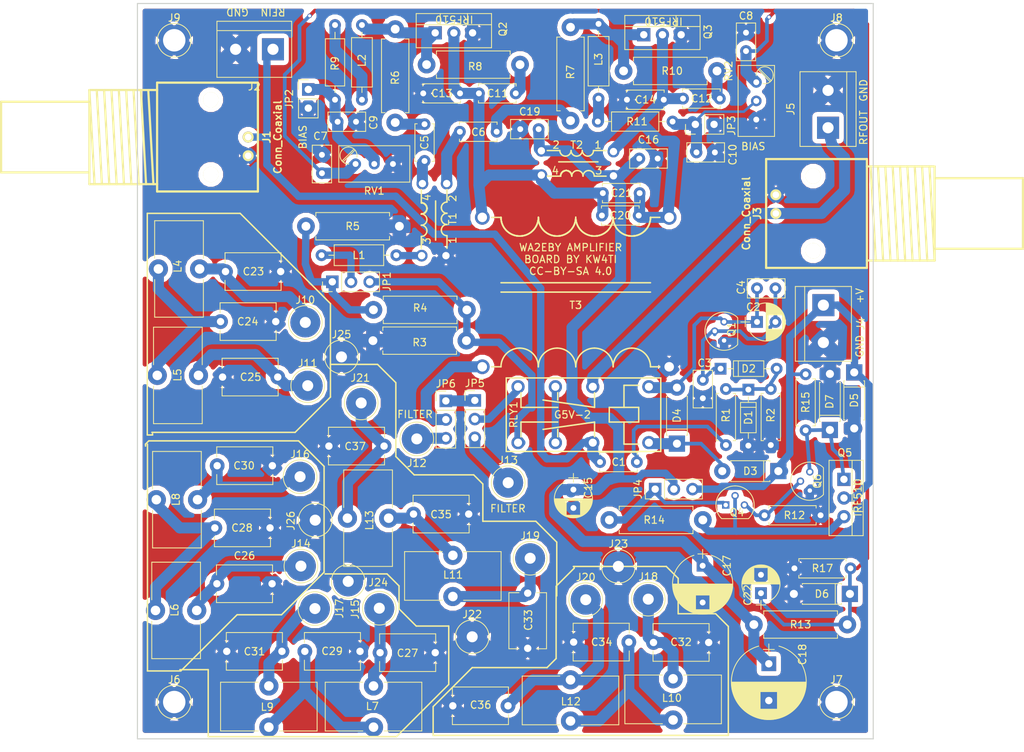
<source format=kicad_pcb>
(kicad_pcb (version 4) (host pcbnew 4.0.7)
  (layers (0 F.Cu signal) (31 B.Cu signal) (34 B.Paste user) (35 F.Paste user) (36 B.SilkS user) (37 F.SilkS user) (38 B.Mask user) (39 F.Mask user) (44 Edge.Cuts user))
  (net 0 "")
  (net 1 "Net-(C1-Pad1)")
  (net 2 "Net-(C1-Pad2)")
  (net 3 "Net-(C2-Pad1)")
  (net 4 "Net-(C2-Pad2)")
  (net 5 GND)
  (net 6 "Net-(C5-Pad1)")
  (net 7 "Net-(C5-Pad2)")
  (net 8 "Net-(C6-Pad1)")
  (net 9 "Net-(C6-Pad2)")
  (net 10 +5V)
  (net 11 "Net-(C9-Pad1)")
  (net 12 "Net-(C10-Pad1)")
  (net 13 "Net-(C11-Pad1)")
  (net 14 "Net-(C11-Pad2)")
  (net 15 "Net-(C12-Pad1)")
  (net 16 "Net-(C12-Pad2)")
  (net 17 PASUPPLY)
  (net 18 "Net-(D1-Pad1)")
  (net 19 +28V)
  (net 20 "Net-(D3-Pad2)")
  (net 21 "Net-(J3-Pad1)")
  (net 22 AMPOUTPUT)
  (net 23 "Net-(JP1-Pad1)")
  (net 24 "Net-(JP1-Pad2)")
  (net 25 AMPINPUT)
  (net 26 "Net-(JP4-Pad1)")
  (net 27 "Net-(L1-Pad2)")
  (net 28 "Net-(L2-Pad1)")
  (net 29 "Net-(L2-Pad2)")
  (net 30 "Net-(L3-Pad1)")
  (net 31 "Net-(L3-Pad2)")
  (net 32 "Net-(Q4-Pad2)")
  (net 33 "Net-(Q4-Pad3)")
  (net 34 "Net-(RLY1-Pad3)")
  (net 35 "Net-(JP5-Pad2)")
  (net 36 FILTEROUT)
  (net 37 "Net-(JP6-Pad2)")
  (net 38 FILTERIN)
  (net 39 "Net-(C23-Pad1)")
  (net 40 "Net-(C24-Pad1)")
  (net 41 "Net-(C25-Pad1)")
  (net 42 "Net-(C26-Pad1)")
  (net 43 "Net-(C27-Pad1)")
  (net 44 "Net-(C28-Pad1)")
  (net 45 "Net-(C29-Pad1)")
  (net 46 "Net-(C30-Pad1)")
  (net 47 "Net-(C31-Pad1)")
  (net 48 "Net-(C32-Pad1)")
  (net 49 "Net-(C33-Pad1)")
  (net 50 "Net-(C34-Pad1)")
  (net 51 "Net-(C35-Pad1)")
  (net 52 "Net-(C36-Pad1)")
  (net 53 "Net-(C37-Pad1)")
  (net 54 "Net-(D7-Pad1)")
  (module Inductors_THT:L_Toroid_Vertical_L13.0mm_W6.5mm_P5.60mm (layer F.Cu) (at 42.6974 90.5764 90)
    (fp_text reference L5 (at 0.0508 2.7559 270) (layer F.SilkS))
    (fp_text value L_Small)
    (pad 1 thru_hole circle (at 0 0 90) (size 2.6 2.6) (drill 1.3) (layers *.Cu *.Mask) (net 40 "Net-(C24-Pad1)"))
    (pad 2 thru_hole circle (at 0 5.6 90) (size 2.6 2.6) (drill 1.3) (layers *.Cu *.Mask) (net 41 "Net-(C25-Pad1)"))
  )
  (module PA:GenericCMCLCP (layer F.Cu) (at 99.568 79.248)
    (fp_text reference T3 (at 0 1.778) (layer F.SilkS))
    (fp_text value Transformer_1P1Sdotted)
    (pad 1 thru_hole circle (at 12.7 -10.16) (size 2 2) (drill 1.3) (layers *.Cu *.Mask) (net 15 "Net-(C12-Pad1)"))
    (pad 2 thru_hole circle (at -12.7 -10.16) (size 2 2) (drill 1.3) (layers *.Cu *.Mask) (net 13 "Net-(C11-Pad1)"))
    (pad 3 thru_hole circle (at 12.7 10.16) (size 2 2) (drill 1.3) (layers *.Cu *.Mask) (net 5 GND))
    (pad 4 thru_hole circle (at -12.7 10.16) (size 2 2) (drill 1.3) (layers *.Cu *.Mask) (net 37 "Net-(JP6-Pad2)"))
  )
  (module Capacitors_THT:CP_Radial_D5.0mm_P2.50mm (layer F.Cu) (at 124.206 83.312)
    (fp_text reference C2 (at -0.508 -2.032) (layer F.SilkS))
    (fp_text value "2.2 uH")
    (pad 1 thru_hole rect (at 0 0) (size 1.6 1.6) (drill 0.8) (layers *.Cu *.Mask) (net 3 "Net-(C2-Pad1)"))
    (pad 2 thru_hole circle (at 2.5 0) (size 1.6 1.6) (drill 0.8) (layers *.Cu *.Mask) (net 4 "Net-(C2-Pad2)"))
  )
  (module Capacitors_THT:C_Disc_D5.0mm_W2.5mm_P2.50mm (layer F.Cu) (at 116.84 91.186 270)
    (fp_text reference C3 (at -2.286 -0.254 360) (layer F.SilkS))
    (fp_text value "1 nF")
    (pad 1 thru_hole circle (at 0 0 270) (size 1.6 1.6) (drill 0.8) (layers *.Cu *.Mask) (net 4 "Net-(C2-Pad2)"))
    (pad 2 thru_hole circle (at 2.5 0 270) (size 1.6 1.6) (drill 0.8) (layers *.Cu *.Mask) (net 5 GND))
  )
  (module Capacitors_THT:C_Disc_D5.0mm_W2.5mm_P2.50mm (layer F.Cu) (at 124.206 78.74)
    (fp_text reference C4 (at -2.159 -0.127 270) (layer F.SilkS))
    (fp_text value "1 nF")
    (pad 1 thru_hole circle (at 0 0) (size 1.6 1.6) (drill 0.8) (layers *.Cu *.Mask) (net 3 "Net-(C2-Pad1)"))
    (pad 2 thru_hole circle (at 2.5 0) (size 1.6 1.6) (drill 0.8) (layers *.Cu *.Mask) (net 4 "Net-(C2-Pad2)"))
  )
  (module Capacitors_THT:C_Disc_D5.0mm_W2.5mm_P2.50mm (layer F.Cu) (at 65.0748 60.579 270)
    (fp_text reference C7 (at -2.54 0.2032 360) (layer F.SilkS))
    (fp_text value "100 nF")
    (pad 1 thru_hole circle (at 0 0 270) (size 1.6 1.6) (drill 0.8) (layers *.Cu *.Mask) (net 5 GND))
    (pad 2 thru_hole circle (at 2.5 0 270) (size 1.6 1.6) (drill 0.8) (layers *.Cu *.Mask) (net 10 +5V))
  )
  (module Capacitors_THT:C_Disc_D5.0mm_W2.5mm_P2.50mm (layer F.Cu) (at 122.7074 43.9674 270)
    (fp_text reference C8 (at -2.286 0 360) (layer F.SilkS))
    (fp_text value "100 nF")
    (pad 1 thru_hole circle (at 0 0 270) (size 1.6 1.6) (drill 0.8) (layers *.Cu *.Mask) (net 5 GND))
    (pad 2 thru_hole circle (at 2.5 0 270) (size 1.6 1.6) (drill 0.8) (layers *.Cu *.Mask) (net 10 +5V))
  )
  (module Capacitors_THT:C_Disc_D5.0mm_W2.5mm_P2.50mm (layer F.Cu) (at 67.2084 56.0832)
    (fp_text reference C9 (at 4.8768 0.1016 90) (layer F.SilkS))
    (fp_text value "100 nF")
    (pad 1 thru_hole circle (at 0 0) (size 1.6 1.6) (drill 0.8) (layers *.Cu *.Mask) (net 11 "Net-(C9-Pad1)"))
    (pad 2 thru_hole circle (at 2.5 0) (size 1.6 1.6) (drill 0.8) (layers *.Cu *.Mask) (net 5 GND))
  )
  (module Capacitors_THT:C_Disc_D5.0mm_W2.5mm_P2.50mm (layer F.Cu) (at 115.9764 60.2488)
    (fp_text reference C10 (at 4.9276 0.3048 90) (layer F.SilkS))
    (fp_text value "100 nF")
    (pad 1 thru_hole circle (at 0 0) (size 1.6 1.6) (drill 0.8) (layers *.Cu *.Mask) (net 12 "Net-(C10-Pad1)"))
    (pad 2 thru_hole circle (at 2.5 0) (size 1.6 1.6) (drill 0.8) (layers *.Cu *.Mask) (net 5 GND))
  )
  (module Capacitors_THT:C_Disc_D5.0mm_W2.5mm_P5.00mm (layer F.Cu) (at 86.4108 52.2224)
    (fp_text reference C11 (at 2.54 0) (layer F.SilkS))
    (fp_text value NC)
    (pad 1 thru_hole circle (at 0 0) (size 1.6 1.6) (drill 0.8) (layers *.Cu *.Mask) (net 13 "Net-(C11-Pad1)"))
    (pad 2 thru_hole circle (at 5 0) (size 1.6 1.6) (drill 0.8) (layers *.Cu *.Mask) (net 14 "Net-(C11-Pad2)"))
  )
  (module Capacitors_THT:C_Disc_D5.0mm_W2.5mm_P5.00mm (layer F.Cu) (at 114.1476 52.9336)
    (fp_text reference C12 (at 2.54 0) (layer F.SilkS))
    (fp_text value NC)
    (pad 1 thru_hole circle (at 0 0) (size 1.6 1.6) (drill 0.8) (layers *.Cu *.Mask) (net 15 "Net-(C12-Pad1)"))
    (pad 2 thru_hole circle (at 5 0) (size 1.6 1.6) (drill 0.8) (layers *.Cu *.Mask) (net 16 "Net-(C12-Pad2)"))
  )
  (module Capacitors_THT:C_Disc_D5.0mm_W2.5mm_P5.00mm (layer F.Cu) (at 78.8416 52.2224)
    (fp_text reference C13 (at 2.54 0) (layer F.SilkS))
    (fp_text value NC)
    (pad 1 thru_hole circle (at 0 0) (size 1.6 1.6) (drill 0.8) (layers *.Cu *.Mask) (net 5 GND))
    (pad 2 thru_hole circle (at 5 0) (size 1.6 1.6) (drill 0.8) (layers *.Cu *.Mask) (net 13 "Net-(C11-Pad1)"))
  )
  (module Capacitors_THT:C_Disc_D5.0mm_W2.5mm_P5.00mm (layer F.Cu) (at 106.5276 53.086)
    (fp_text reference C14 (at 2.54 0) (layer F.SilkS))
    (fp_text value NC)
    (pad 1 thru_hole circle (at 0 0) (size 1.6 1.6) (drill 0.8) (layers *.Cu *.Mask) (net 5 GND))
    (pad 2 thru_hole circle (at 5 0) (size 1.6 1.6) (drill 0.8) (layers *.Cu *.Mask) (net 15 "Net-(C12-Pad1)"))
  )
  (module Capacitors_THT:CP_Radial_D5.0mm_P2.50mm (layer F.Cu) (at 99.2505 106.1085 270)
    (fp_text reference C15 (at -0.254 -2.032 270) (layer F.SilkS))
    (fp_text value "1 uH")
    (pad 1 thru_hole rect (at 0 0 270) (size 1.6 1.6) (drill 0.8) (layers *.Cu *.Mask) (net 17 PASUPPLY))
    (pad 2 thru_hole circle (at 2.5 0 270) (size 1.6 1.6) (drill 0.8) (layers *.Cu *.Mask) (net 5 GND))
  )
  (module Capacitors_THT:C_Disc_D5.0mm_W2.5mm_P2.50mm (layer F.Cu) (at 108.204 61.087)
    (fp_text reference C16 (at 1.25 -2.56) (layer F.SilkS))
    (fp_text value "100 nF")
    (pad 1 thru_hole circle (at 0 0) (size 1.6 1.6) (drill 0.8) (layers *.Cu *.Mask) (net 17 PASUPPLY))
    (pad 2 thru_hole circle (at 2.5 0) (size 1.6 1.6) (drill 0.8) (layers *.Cu *.Mask) (net 5 GND))
  )
  (module Capacitors_THT:CP_Radial_D8.0mm_P5.00mm (layer F.Cu) (at 116.8146 116.459 270)
    (fp_text reference C17 (at 0 -3.302 270) (layer F.SilkS))
    (fp_text value "10 uH")
    (pad 1 thru_hole rect (at 0 0 270) (size 1.6 1.6) (drill 0.8) (layers *.Cu *.Mask) (net 17 PASUPPLY))
    (pad 2 thru_hole circle (at 5 0 270) (size 1.6 1.6) (drill 0.8) (layers *.Cu *.Mask) (net 5 GND))
  )
  (module Capacitors_THT:CP_Radial_D10.0mm_P5.00mm (layer F.Cu) (at 125.8062 129.794 270)
    (fp_text reference C18 (at -1.27 -4.572 270) (layer F.SilkS))
    (fp_text value "100 uH")
    (pad 1 thru_hole rect (at 0 0 270) (size 2 2) (drill 1) (layers *.Cu *.Mask) (net 17 PASUPPLY))
    (pad 2 thru_hole circle (at 5 0 270) (size 2 2) (drill 1) (layers *.Cu *.Mask) (net 5 GND))
  )
  (module Capacitors_THT:C_Disc_D5.0mm_W2.5mm_P2.50mm (layer F.Cu) (at 94.5261 57.0865 180)
    (fp_text reference C19 (at 1.2065 2.3749 180) (layer F.SilkS))
    (fp_text value "100 nF")
    (pad 1 thru_hole circle (at 0 0 180) (size 1.6 1.6) (drill 0.8) (layers *.Cu *.Mask) (net 17 PASUPPLY))
    (pad 2 thru_hole circle (at 2.5 0 180) (size 1.6 1.6) (drill 0.8) (layers *.Cu *.Mask) (net 5 GND))
  )
  (module Capacitors_THT:C_Disc_D5.0mm_W2.5mm_P5.00mm (layer F.Cu) (at 103.124 68.834)
    (fp_text reference C20 (at 2.54 0) (layer F.SilkS))
    (fp_text value NC)
    (pad 1 thru_hole circle (at 0 0) (size 1.6 1.6) (drill 0.8) (layers *.Cu *.Mask) (net 13 "Net-(C11-Pad1)"))
    (pad 2 thru_hole circle (at 5 0) (size 1.6 1.6) (drill 0.8) (layers *.Cu *.Mask) (net 15 "Net-(C12-Pad1)"))
  )
  (module Capacitors_THT:C_Disc_D5.0mm_W2.5mm_P5.00mm (layer F.Cu) (at 103.251 65.786)
    (fp_text reference C21 (at 2.54 0) (layer F.SilkS))
    (fp_text value NC)
    (pad 1 thru_hole circle (at 0 0) (size 1.6 1.6) (drill 0.8) (layers *.Cu *.Mask) (net 13 "Net-(C11-Pad1)"))
    (pad 2 thru_hole circle (at 5 0) (size 1.6 1.6) (drill 0.8) (layers *.Cu *.Mask) (net 15 "Net-(C12-Pad1)"))
  )
  (module Capacitors_THT:CP_Radial_D5.0mm_P2.50mm (layer F.Cu) (at 124.7394 120.1928 90)
    (fp_text reference C22 (at -0.254 -1.778 90) (layer F.SilkS))
    (fp_text value "10 uH")
    (pad 1 thru_hole rect (at 0 0 90) (size 1.6 1.6) (drill 0.8) (layers *.Cu *.Mask) (net 10 +5V))
    (pad 2 thru_hole circle (at 2.5 0 90) (size 1.6 1.6) (drill 0.8) (layers *.Cu *.Mask) (net 5 GND))
  )
  (module Diodes_THT:D_DO-35_SOD27_P7.62mm_Horizontal (layer F.Cu) (at 123.02744 92.5068 270)
    (fp_text reference D1 (at 3.81 0 270) (layer F.SilkS))
    (fp_text value 1N4148)
    (pad 1 thru_hole rect (at 0 0 270) (size 1.6 1.6) (drill 0.8) (layers *.Cu *.Mask) (net 18 "Net-(D1-Pad1)"))
    (pad 2 thru_hole oval (at 7.62 0 270) (size 1.6 1.6) (drill 0.8) (layers *.Cu *.Mask) (net 5 GND))
  )
  (module Diodes_THT:D_DO-35_SOD27_P7.62mm_Horizontal (layer F.Cu) (at 119.253 89.662)
    (fp_text reference D2 (at 3.81 0) (layer F.SilkS))
    (fp_text value 1N4148)
    (pad 1 thru_hole rect (at 0 0) (size 1.6 1.6) (drill 0.8) (layers *.Cu *.Mask) (net 4 "Net-(C2-Pad2)"))
    (pad 2 thru_hole oval (at 7.62 0) (size 1.6 1.6) (drill 0.8) (layers *.Cu *.Mask) (net 18 "Net-(D1-Pad1)"))
  )
  (module Diodes_THT:D_DO-41_SOD81_P7.62mm_Horizontal (layer F.Cu) (at 127.1016 103.5939 180)
    (fp_text reference D3 (at 3.81 0 180) (layer F.SilkS))
    (fp_text value 1N4744A)
    (pad 1 thru_hole rect (at 0 0 180) (size 2.2 2.2) (drill 1.1) (layers *.Cu *.Mask) (net 19 +28V))
    (pad 2 thru_hole oval (at 7.62 0 180) (size 2.2 2.2) (drill 1.1) (layers *.Cu *.Mask) (net 20 "Net-(D3-Pad2)"))
  )
  (module Diodes_THT:D_DO-41_SOD81_P7.62mm_Horizontal (layer F.Cu) (at 113.3221 99.8601 90)
    (fp_text reference D4 (at 3.81 0 90) (layer F.SilkS))
    (fp_text value 1N4004)
    (pad 1 thru_hole rect (at 0 0 90) (size 2.2 2.2) (drill 1.1) (layers *.Cu *.Mask) (net 20 "Net-(D3-Pad2)"))
    (pad 2 thru_hole oval (at 7.62 0 90) (size 2.2 2.2) (drill 1.1) (layers *.Cu *.Mask) (net 3 "Net-(C2-Pad1)"))
  )
  (module Diodes_THT:D_DO-41_SOD81_P7.62mm_Horizontal (layer F.Cu) (at 137.414 90.17 270)
    (fp_text reference D5 (at 3.81 0 270) (layer F.SilkS))
    (fp_text value 1N4004)
    (pad 1 thru_hole rect (at 0 0 270) (size 2.2 2.2) (drill 1.1) (layers *.Cu *.Mask) (net 19 +28V))
    (pad 2 thru_hole oval (at 7.62 0 270) (size 2.2 2.2) (drill 1.1) (layers *.Cu *.Mask) (net 5 GND))
  )
  (module Diodes_THT:D_DO-41_SOD81_P7.62mm_Horizontal (layer F.Cu) (at 136.8298 120.2944 180)
    (fp_text reference D6 (at 3.81 0 180) (layer F.SilkS))
    (fp_text value 1N4744A)
    (pad 1 thru_hole rect (at 0 0 180) (size 2.2 2.2) (drill 1.1) (layers *.Cu *.Mask) (net 10 +5V))
    (pad 2 thru_hole oval (at 7.62 0 180) (size 2.2 2.2) (drill 1.1) (layers *.Cu *.Mask) (net 5 GND))
  )
  (module w_conn_rf:bnc_90_1-1337543-0 (layer F.Cu) (at 42.672 58.166 270)
    (fp_text reference J1 (at 0 -14.9 270) (layer F.SilkS) (effects (font (thickness 0.2))))
    (fp_text value Conn_Coaxial (at 0 -16.4 270) (layer F.SilkS) (effects (font (thickness 0.2))))
    (pad 1 thru_hole circle (at 0 -12.38 270) (size 1.5 1.5) (drill 0.9) (layers *.Cu *.Mask F.SilkS) (net 1 "Net-(C1-Pad1)"))
    (pad 2 thru_hole circle (at 2.54 -12.38 270) (size 1.5 1.5) (drill 0.9) (layers *.Cu *.Mask F.SilkS) (net 5 GND))
    (pad "" np_thru_hole circle (at 5.08 -7.3 270) (size 2.1 2.1) (drill 2.1) (layers *.Cu *.Mask F.SilkS))
    (pad "" np_thru_hole circle (at -5.08 -7.3 270) (size 2.1 2.1) (drill 2.1) (layers *.Cu *.Mask F.SilkS))
  )
  (module Connectors_Terminal_Blocks:TerminalBlock_bornier-2_P5.08mm (layer F.Cu) (at 58.42 46.228 180)
    (fp_text reference J2 (at 2.54 -5.08 180) (layer F.SilkS))
    (fp_text value Conn_01x02)
    (pad 1 thru_hole rect (at 0 0 180) (size 3 3) (drill 1.52) (layers *.Cu *.Mask) (net 1 "Net-(C1-Pad1)"))
    (pad 2 thru_hole circle (at 5.08 0 180) (size 3 3) (drill 1.52) (layers *.Cu *.Mask) (net 5 GND))
  )
  (module w_conn_rf:bnc_90_1-1337543-0 (layer F.Cu) (at 139.1412 68.5546 90)
    (fp_text reference J3 (at 0 -14.9 90) (layer F.SilkS) (effects (font (thickness 0.2))))
    (fp_text value Conn_Coaxial (at 0 -16.4 90) (layer F.SilkS) (effects (font (thickness 0.2))))
    (pad 1 thru_hole circle (at 0 -12.38 90) (size 1.5 1.5) (drill 0.9) (layers *.Cu *.Mask F.SilkS) (net 21 "Net-(J3-Pad1)"))
    (pad 2 thru_hole circle (at 2.54 -12.38 90) (size 1.5 1.5) (drill 0.9) (layers *.Cu *.Mask F.SilkS) (net 5 GND))
    (pad "" np_thru_hole circle (at 5.08 -7.3 90) (size 2.1 2.1) (drill 2.1) (layers *.Cu *.Mask F.SilkS))
    (pad "" np_thru_hole circle (at -5.08 -7.3 90) (size 2.1 2.1) (drill 2.1) (layers *.Cu *.Mask F.SilkS))
  )
  (module Connectors_Terminal_Blocks:TerminalBlock_bornier-2_P5.08mm (layer F.Cu) (at 133.223 81.026 270)
    (fp_text reference J4 (at 2.54 -5.08 270) (layer F.SilkS))
    (fp_text value Conn_01x02)
    (pad 1 thru_hole rect (at 0 0 270) (size 3 3) (drill 1.52) (layers *.Cu *.Mask) (net 19 +28V))
    (pad 2 thru_hole circle (at 5.08 0 270) (size 3 3) (drill 1.52) (layers *.Cu *.Mask) (net 5 GND))
  )
  (module Connectors_Terminal_Blocks:TerminalBlock_bornier-2_P5.08mm (layer F.Cu) (at 133.858 56.896 90)
    (fp_text reference J5 (at 2.54 -5.08 90) (layer F.SilkS))
    (fp_text value Conn_01x02)
    (pad 1 thru_hole rect (at 0 0 90) (size 3 3) (drill 1.52) (layers *.Cu *.Mask) (net 21 "Net-(J3-Pad1)"))
    (pad 2 thru_hole circle (at 5.08 0 90) (size 3 3) (drill 1.52) (layers *.Cu *.Mask) (net 5 GND))
  )
  (module Pin_Headers:Pin_Header_Straight_1x03_Pitch2.54mm (layer F.Cu) (at 66.4845 77.851 90)
    (fp_text reference JP1 (at 0.0254 7.4168 90) (layer F.SilkS))
    (fp_text value Jumper_NC_Dual)
    (pad 1 thru_hole rect (at 0 0 90) (size 1.7 1.7) (drill 1) (layers *.Cu *.Mask) (net 23 "Net-(JP1-Pad1)"))
    (pad 2 thru_hole oval (at 0 2.54 90) (size 1.7 1.7) (drill 1) (layers *.Cu *.Mask) (net 24 "Net-(JP1-Pad2)"))
    (pad 3 thru_hole oval (at 0 5.08 90) (size 1.7 1.7) (drill 1) (layers *.Cu *.Mask) (net 25 AMPINPUT))
  )
  (module Pin_Headers:Pin_Header_Straight_1x02_Pitch2.54mm (layer F.Cu) (at 63.2206 51.689)
    (fp_text reference JP2 (at -2.5908 1.3208 90) (layer F.SilkS))
    (fp_text value Jumper_NC_Small)
    (pad 1 thru_hole rect (at 0 0) (size 1.7 1.7) (drill 1) (layers *.Cu *.Mask) (net 11 "Net-(C9-Pad1)"))
    (pad 2 thru_hole oval (at 0 2.54) (size 1.7 1.7) (drill 1) (layers *.Cu *.Mask) (net 5 GND))
  )
  (module Pin_Headers:Pin_Header_Straight_1x02_Pitch2.54mm (layer F.Cu) (at 115.824 56.4388 90)
    (fp_text reference JP3 (at -0.1651 4.9022 90) (layer F.SilkS))
    (fp_text value Jumper_NC_Small)
    (pad 1 thru_hole rect (at 0 0 90) (size 1.7 1.7) (drill 1) (layers *.Cu *.Mask) (net 12 "Net-(C10-Pad1)"))
    (pad 2 thru_hole oval (at 0 2.54 90) (size 1.7 1.7) (drill 1) (layers *.Cu *.Mask) (net 5 GND))
  )
  (module Pin_Headers:Pin_Header_Straight_1x03_Pitch2.54mm (layer F.Cu) (at 110.363 106.045 90)
    (fp_text reference JP4 (at 0 -2.33 90) (layer F.SilkS))
    (fp_text value Jumper_NC_Dual)
    (pad 1 thru_hole rect (at 0 0 90) (size 1.7 1.7) (drill 1) (layers *.Cu *.Mask) (net 26 "Net-(JP4-Pad1)"))
    (pad 2 thru_hole oval (at 0 2.54 90) (size 1.7 1.7) (drill 1) (layers *.Cu *.Mask) (net 17 PASUPPLY))
    (pad 3 thru_hole oval (at 0 5.08 90) (size 1.7 1.7) (drill 1) (layers *.Cu *.Mask) (net 19 +28V))
  )
  (module Inductors_THT:L_Axial_L6.6mm_D2.7mm_P10.16mm_Horizontal_Vishay_IM-2 (layer F.Cu) (at 65.024 74.2315)
    (fp_text reference L1 (at 5.08 0) (layer F.SilkS))
    (fp_text value L)
    (pad 1 thru_hole circle (at 0 0) (size 1.6 1.6) (drill 0.8) (layers *.Cu *.Mask) (net 24 "Net-(JP1-Pad2)"))
    (pad 2 thru_hole oval (at 10.16 0) (size 1.6 1.6) (drill 0.8) (layers *.Cu *.Mask) (net 27 "Net-(L1-Pad2)"))
  )
  (module Inductors_THT:L_Axial_L6.6mm_D2.7mm_P10.16mm_Horizontal_Vishay_IM-2 (layer F.Cu) (at 70.5104 42.926 270)
    (fp_text reference L2 (at 4.826 0 270) (layer F.SilkS))
    (fp_text value L)
    (pad 1 thru_hole circle (at 0 0 270) (size 1.6 1.6) (drill 0.8) (layers *.Cu *.Mask) (net 28 "Net-(L2-Pad1)"))
    (pad 2 thru_hole oval (at 10.16 0 270) (size 1.6 1.6) (drill 0.8) (layers *.Cu *.Mask) (net 29 "Net-(L2-Pad2)"))
  )
  (module Inductors_THT:L_Axial_L6.6mm_D2.7mm_P10.16mm_Horizontal_Vishay_IM-2 (layer F.Cu) (at 102.6668 42.7736 270)
    (fp_text reference L3 (at 4.826 0 270) (layer F.SilkS))
    (fp_text value L)
    (pad 1 thru_hole circle (at 0 0 270) (size 1.6 1.6) (drill 0.8) (layers *.Cu *.Mask) (net 30 "Net-(L3-Pad1)"))
    (pad 2 thru_hole oval (at 10.16 0 270) (size 1.6 1.6) (drill 0.8) (layers *.Cu *.Mask) (net 31 "Net-(L3-Pad2)"))
  )
  (module TO_SOT_Packages_THT:TO-92_Molded_Narrow (layer F.Cu) (at 119.72544 85.83168 90)
    (fp_text reference Q1 (at 1.524 1.016 90) (layer F.SilkS))
    (fp_text value 2N3904)
    (pad 2 thru_hole circle (at 1.27 -1.27 180) (size 1 1) (drill 0.6) (layers *.Cu *.Mask) (net 4 "Net-(C2-Pad2)"))
    (pad 3 thru_hole circle (at 2.54 0 180) (size 1 1) (drill 0.6) (layers *.Cu *.Mask) (net 3 "Net-(C2-Pad1)"))
    (pad 1 thru_hole rect (at 0 0 180) (size 1 1) (drill 0.6) (layers *.Cu *.Mask) (net 5 GND))
  )
  (module TO_SOT_Packages_THT:TO-92_Molded_Narrow (layer F.Cu) (at 119.9515 108.204)
    (fp_text reference Q4 (at 1.524 1.016) (layer F.SilkS))
    (fp_text value 2N3906)
    (pad 2 thru_hole circle (at 1.27 -1.27 90) (size 1 1) (drill 0.6) (layers *.Cu *.Mask) (net 32 "Net-(Q4-Pad2)"))
    (pad 3 thru_hole circle (at 2.54 0 90) (size 1 1) (drill 0.6) (layers *.Cu *.Mask) (net 33 "Net-(Q4-Pad3)"))
    (pad 1 thru_hole rect (at 0 0 90) (size 1 1) (drill 0.6) (layers *.Cu *.Mask) (net 26 "Net-(JP4-Pad1)"))
  )
  (module TO_SOT_Packages_THT:TO-92_Molded_Narrow (layer F.Cu) (at 131.3815 106.2355 90)
    (fp_text reference Q6 (at 1.27 1.016 90) (layer F.SilkS))
    (fp_text value 2N3904)
    (pad 2 thru_hole circle (at 1.27 -1.27 180) (size 1 1) (drill 0.6) (layers *.Cu *.Mask) (net 33 "Net-(Q4-Pad3)"))
    (pad 3 thru_hole circle (at 2.54 0 180) (size 1 1) (drill 0.6) (layers *.Cu *.Mask) (net 54 "Net-(D7-Pad1)"))
    (pad 1 thru_hole rect (at 0 0 180) (size 1 1) (drill 0.6) (layers *.Cu *.Mask) (net 5 GND))
  )
  (module Resistors_THT:R_Axial_DIN0207_L6.3mm_D2.5mm_P7.62mm_Horizontal (layer F.Cu) (at 119.97944 100.0506 90)
    (fp_text reference R1 (at 4.064 0 90) (layer F.SilkS))
    (fp_text value 1k)
    (pad 1 thru_hole circle (at 0 0 90) (size 1.6 1.6) (drill 0.8) (layers *.Cu *.Mask) (net 2 "Net-(C1-Pad2)"))
    (pad 2 thru_hole oval (at 7.62 0 90) (size 1.6 1.6) (drill 0.8) (layers *.Cu *.Mask) (net 18 "Net-(D1-Pad1)"))
  )
  (module Resistors_THT:R_Axial_DIN0207_L6.3mm_D2.5mm_P7.62mm_Horizontal (layer F.Cu) (at 126.07544 92.4306 270)
    (fp_text reference R2 (at 3.556 0 270) (layer F.SilkS))
    (fp_text value 4k7)
    (pad 1 thru_hole circle (at 0 0 270) (size 1.6 1.6) (drill 0.8) (layers *.Cu *.Mask) (net 18 "Net-(D1-Pad1)"))
    (pad 2 thru_hole oval (at 7.62 0 270) (size 1.6 1.6) (drill 0.8) (layers *.Cu *.Mask) (net 5 GND))
  )
  (module Resistors_THT:R_Axial_DIN0411_L9.9mm_D3.6mm_P12.70mm_Horizontal (layer F.Cu) (at 84.709 85.852 180)
    (fp_text reference R3 (at 6.35 -0.254 180) (layer F.SilkS))
    (fp_text value 130R)
    (pad 1 thru_hole circle (at 0 0 180) (size 2.4 2.4) (drill 1.2) (layers *.Cu *.Mask) (net 25 AMPINPUT))
    (pad 2 thru_hole oval (at 12.7 0 180) (size 2.4 2.4) (drill 1.2) (layers *.Cu *.Mask) (net 5 GND))
  )
  (module Resistors_THT:R_Axial_DIN0411_L9.9mm_D3.6mm_P12.70mm_Horizontal (layer F.Cu) (at 72.0725 81.661)
    (fp_text reference R4 (at 6.35 -0.254) (layer F.SilkS))
    (fp_text value 39R)
    (pad 1 thru_hole circle (at 0 0) (size 2.4 2.4) (drill 1.2) (layers *.Cu *.Mask) (net 23 "Net-(JP1-Pad1)"))
    (pad 2 thru_hole oval (at 12.7 0) (size 2.4 2.4) (drill 1.2) (layers *.Cu *.Mask) (net 25 AMPINPUT))
  )
  (module Resistors_THT:R_Axial_DIN0411_L9.9mm_D3.6mm_P12.70mm_Horizontal (layer F.Cu) (at 62.9031 70.2945)
    (fp_text reference R5 (at 6.35 0) (layer F.SilkS))
    (fp_text value 130R)
    (pad 1 thru_hole circle (at 0 0) (size 2.4 2.4) (drill 1.2) (layers *.Cu *.Mask) (net 23 "Net-(JP1-Pad1)"))
    (pad 2 thru_hole oval (at 12.7 0) (size 2.4 2.4) (drill 1.2) (layers *.Cu *.Mask) (net 5 GND))
  )
  (module Resistors_THT:R_Axial_DIN0411_L9.9mm_D3.6mm_P12.70mm_Horizontal (layer F.Cu) (at 75.0316 56.1848 90)
    (fp_text reference R6 (at 6.096 0 90) (layer F.SilkS))
    (fp_text value 4R7)
    (pad 1 thru_hole circle (at 0 0 90) (size 2.4 2.4) (drill 1.2) (layers *.Cu *.Mask) (net 6 "Net-(C5-Pad1)"))
    (pad 2 thru_hole oval (at 12.7 0 90) (size 2.4 2.4) (drill 1.2) (layers *.Cu *.Mask) (net 28 "Net-(L2-Pad1)"))
  )
  (module Resistors_THT:R_Axial_DIN0411_L9.9mm_D3.6mm_P12.70mm_Horizontal (layer F.Cu) (at 98.8568 55.9308 90)
    (fp_text reference R7 (at 6.604 0 90) (layer F.SilkS))
    (fp_text value 4R7)
    (pad 1 thru_hole circle (at 0 0 90) (size 2.4 2.4) (drill 1.2) (layers *.Cu *.Mask) (net 9 "Net-(C6-Pad2)"))
    (pad 2 thru_hole oval (at 12.7 0 90) (size 2.4 2.4) (drill 1.2) (layers *.Cu *.Mask) (net 30 "Net-(L3-Pad1)"))
  )
  (module Resistors_THT:R_Axial_DIN0411_L9.9mm_D3.6mm_P12.70mm_Horizontal (layer F.Cu) (at 91.9988 48.3108 180)
    (fp_text reference R8 (at 6.096 -0.254 180) (layer F.SilkS))
    (fp_text value NC)
    (pad 1 thru_hole circle (at 0 0 180) (size 2.4 2.4) (drill 1.2) (layers *.Cu *.Mask) (net 14 "Net-(C11-Pad2)"))
    (pad 2 thru_hole oval (at 12.7 0 180) (size 2.4 2.4) (drill 1.2) (layers *.Cu *.Mask) (net 28 "Net-(L2-Pad1)"))
  )
  (module Resistors_THT:R_Axial_DIN0207_L6.3mm_D2.5mm_P10.16mm_Horizontal (layer F.Cu) (at 66.8528 42.926 270)
    (fp_text reference R9 (at 5.2324 0 270) (layer F.SilkS))
    (fp_text value 27R)
    (pad 1 thru_hole circle (at 0 0 270) (size 1.6 1.6) (drill 0.8) (layers *.Cu *.Mask) (net 29 "Net-(L2-Pad2)"))
    (pad 2 thru_hole oval (at 10.16 0 270) (size 1.6 1.6) (drill 0.8) (layers *.Cu *.Mask) (net 11 "Net-(C9-Pad1)"))
  )
  (module Resistors_THT:R_Axial_DIN0411_L9.9mm_D3.6mm_P12.70mm_Horizontal (layer F.Cu) (at 118.7704 49.1744 180)
    (fp_text reference R10 (at 6.096 0 180) (layer F.SilkS))
    (fp_text value NC)
    (pad 1 thru_hole circle (at 0 0 180) (size 2.4 2.4) (drill 1.2) (layers *.Cu *.Mask) (net 16 "Net-(C12-Pad2)"))
    (pad 2 thru_hole oval (at 12.7 0 180) (size 2.4 2.4) (drill 1.2) (layers *.Cu *.Mask) (net 30 "Net-(L3-Pad1)"))
  )
  (module Resistors_THT:R_Axial_DIN0207_L6.3mm_D2.5mm_P10.16mm_Horizontal (layer F.Cu) (at 102.5652 56.0578)
    (fp_text reference R11 (at 5.334 0) (layer F.SilkS))
    (fp_text value 27R)
    (pad 1 thru_hole circle (at 0 0) (size 1.6 1.6) (drill 0.8) (layers *.Cu *.Mask) (net 31 "Net-(L3-Pad2)"))
    (pad 2 thru_hole oval (at 10.16 0) (size 1.6 1.6) (drill 0.8) (layers *.Cu *.Mask) (net 12 "Net-(C10-Pad1)"))
  )
  (module Resistors_THT:R_Axial_DIN0207_L6.3mm_D2.5mm_P7.62mm_Horizontal (layer F.Cu) (at 132.842 109.601 180)
    (fp_text reference R12 (at 3.556 0 180) (layer F.SilkS))
    (fp_text value 10k)
    (pad 1 thru_hole circle (at 0 0 180) (size 1.6 1.6) (drill 0.8) (layers *.Cu *.Mask) (net 5 GND))
    (pad 2 thru_hole oval (at 7.62 0 180) (size 1.6 1.6) (drill 0.8) (layers *.Cu *.Mask) (net 33 "Net-(Q4-Pad3)"))
  )
  (module Resistors_THT:R_Axial_DIN0411_L9.9mm_D3.6mm_P12.70mm_Horizontal (layer F.Cu) (at 136.4742 124.46 180)
    (fp_text reference R13 (at 6.35 0 180) (layer F.SilkS))
    (fp_text value 2k4)
    (pad 1 thru_hole circle (at 0 0 180) (size 2.4 2.4) (drill 1.2) (layers *.Cu *.Mask) (net 10 +5V))
    (pad 2 thru_hole oval (at 12.7 0 180) (size 2.4 2.4) (drill 1.2) (layers *.Cu *.Mask) (net 17 PASUPPLY))
  )
  (module Resistors_THT:R_Axial_DIN0411_L9.9mm_D3.6mm_P12.70mm_Horizontal (layer F.Cu) (at 104.14 110.236)
    (fp_text reference R14 (at 6.096 0) (layer F.SilkS))
    (fp_text value 0R2)
    (pad 1 thru_hole circle (at 0 0) (size 2.4 2.4) (drill 1.2) (layers *.Cu *.Mask) (net 26 "Net-(JP4-Pad1)"))
    (pad 2 thru_hole oval (at 12.7 0) (size 2.4 2.4) (drill 1.2) (layers *.Cu *.Mask) (net 32 "Net-(Q4-Pad2)"))
  )
  (module Resistors_THT:R_Axial_DIN0207_L6.3mm_D2.5mm_P7.62mm_Horizontal (layer F.Cu) (at 130.81 90.424 270)
    (fp_text reference R15 (at 3.81 0 270) (layer F.SilkS))
    (fp_text value 10k)
    (pad 1 thru_hole circle (at 0 0 270) (size 1.6 1.6) (drill 0.8) (layers *.Cu *.Mask) (net 19 +28V))
    (pad 2 thru_hole oval (at 7.62 0 270) (size 1.6 1.6) (drill 0.8) (layers *.Cu *.Mask) (net 54 "Net-(D7-Pad1)"))
  )
  (module Resistors_THT:R_Axial_DIN0207_L6.3mm_D2.5mm_P7.62mm_Horizontal (layer F.Cu) (at 136.906 116.8146 180)
    (fp_text reference R17 (at 3.81 0 180) (layer F.SilkS))
    (fp_text value 10k)
    (pad 1 thru_hole circle (at 0 0 180) (size 1.6 1.6) (drill 0.8) (layers *.Cu *.Mask) (net 10 +5V))
    (pad 2 thru_hole oval (at 7.62 0 180) (size 1.6 1.6) (drill 0.8) (layers *.Cu *.Mask) (net 5 GND))
  )
  (module PA:G2VRelay (layer F.Cu) (at 107.1245 95.9231 180)
    (fp_text reference RLY1 (at 16 0 270) (layer F.SilkS))
    (fp_text value DPDTRelay)
    (fp_text user G5V-2 (at 8 0 180) (layer F.SilkS))
    (pad 2 thru_hole circle (at 5.24 -3.8 180) (size 1.8 1.8) (drill 1.1) (layers *.Cu *.Mask) (net 1 "Net-(C1-Pad1)"))
    (pad 4 thru_hole circle (at 15.4 -3.8 180) (size 1.8 1.8) (drill 1.1) (layers *.Cu *.Mask) (net 25 AMPINPUT))
    (pad 3 thru_hole circle (at 10.32 -3.8 180) (size 1.8 1.8) (drill 1.1) (layers *.Cu *.Mask) (net 34 "Net-(RLY1-Pad3)"))
    (pad 7 thru_hole circle (at 10.32 3.8 180) (size 1.8 1.8) (drill 1.1) (layers *.Cu *.Mask) (net 34 "Net-(RLY1-Pad3)"))
    (pad 6 thru_hole circle (at 5.24 3.8 180) (size 1.8 1.8) (drill 1.1) (layers *.Cu *.Mask) (net 21 "Net-(J3-Pad1)"))
    (pad 8 thru_hole circle (at 15.4 3.8 180) (size 1.8 1.8) (drill 1.1) (layers *.Cu *.Mask) (net 35 "Net-(JP5-Pad2)"))
    (pad 1 thru_hole circle (at -2.38 -3.8 180) (size 1.8 1.8) (drill 1.1) (layers *.Cu *.Mask) (net 20 "Net-(D3-Pad2)"))
    (pad 5 thru_hole circle (at -2.38 3.8 180) (size 1.8 1.8) (drill 1.1) (layers *.Cu *.Mask) (net 3 "Net-(C2-Pad1)"))
  )
  (module Potentiometers:Potentiometer_Trimmer_Bourns_3296W (layer F.Cu) (at 69.6468 61.8236 180)
    (fp_text reference RV1 (at -2.54 -3.66 180) (layer F.SilkS))
    (fp_text value 10k)
    (pad 1 thru_hole circle (at 0 0 180) (size 1.44 1.44) (drill 0.8) (layers *.Cu *.Mask) (net 10 +5V))
    (pad 2 thru_hole circle (at -2.54 0 180) (size 1.44 1.44) (drill 0.8) (layers *.Cu *.Mask) (net 11 "Net-(C9-Pad1)"))
    (pad 3 thru_hole circle (at -5.08 0 180) (size 1.44 1.44) (drill 0.8) (layers *.Cu *.Mask) (net 5 GND))
  )
  (module Potentiometers:Potentiometer_Trimmer_Bourns_3296W (layer F.Cu) (at 124.1044 50.7111 90)
    (fp_text reference RV2 (at 1.524 -3.7592 90) (layer F.SilkS))
    (fp_text value 10k)
    (pad 1 thru_hole circle (at 0 0 90) (size 1.44 1.44) (drill 0.8) (layers *.Cu *.Mask) (net 10 +5V))
    (pad 2 thru_hole circle (at -2.54 0 90) (size 1.44 1.44) (drill 0.8) (layers *.Cu *.Mask) (net 12 "Net-(C10-Pad1)"))
    (pad 3 thru_hole circle (at -5.08 0 90) (size 1.44 1.44) (drill 0.8) (layers *.Cu *.Mask) (net 5 GND))
  )
  (module PA:GenericCMCL2 (layer F.Cu) (at 79.5274 69.2912 270)
    (fp_text reference T1 (at 0 -3.302 270) (layer F.SilkS))
    (fp_text value Transformer_1P1Sdotted)
    (fp_text user 3 (at 3 0.2 270) (layer F.SilkS))
    (fp_text user 4 (at -2.9 0.2 270) (layer F.SilkS))
    (fp_text user 2 (at -2.8 -3.3 270) (layer F.SilkS))
    (fp_text user 1 (at 2.9 -3.3 270) (layer F.SilkS))
    (pad 1 thru_hole circle (at 5 -2.4 270) (size 1.6 1.6) (drill 1) (layers *.Cu *.Mask) (net 5 GND))
    (pad 2 thru_hole circle (at -4.8 -2.5 270) (size 1.6 1.6) (drill 1) (layers *.Cu *.Mask) (net 8 "Net-(C6-Pad1)"))
    (pad 3 thru_hole circle (at 5 0.9 270) (size 1.6 1.6) (drill 1) (layers *.Cu *.Mask) (net 27 "Net-(L1-Pad2)"))
    (pad 4 thru_hole circle (at -4.8 0.8 270) (size 1.6 1.6) (drill 1) (layers *.Cu *.Mask) (net 7 "Net-(C5-Pad2)"))
  )
  (module PA:GenericCMCL2 (layer F.Cu) (at 99.695 62.5348)
    (fp_text reference T2 (at 0 -3.302) (layer F.SilkS))
    (fp_text value Transformer_1P1Sdotted)
    (fp_text user 3 (at 3 0.2) (layer F.SilkS))
    (fp_text user 4 (at -2.9 0.2) (layer F.SilkS))
    (fp_text user 2 (at -2.8 -3.3) (layer F.SilkS))
    (fp_text user 1 (at 2.9 -3.3) (layer F.SilkS))
    (pad 1 thru_hole circle (at 5 -2.4) (size 1.6 1.6) (drill 1) (layers *.Cu *.Mask) (net 15 "Net-(C12-Pad1)"))
    (pad 2 thru_hole circle (at -4.8 -2.5) (size 1.6 1.6) (drill 1) (layers *.Cu *.Mask) (net 17 PASUPPLY))
    (pad 3 thru_hole circle (at 5 0.9) (size 1.6 1.6) (drill 1) (layers *.Cu *.Mask) (net 17 PASUPPLY))
    (pad 4 thru_hole circle (at -4.8 0.8) (size 1.6 1.6) (drill 1) (layers *.Cu *.Mask) (net 13 "Net-(C11-Pad1)"))
  )
  (module Connectors:1pin (layer F.Cu) (at 45 135)
    (fp_text reference J6 (at 0 -3.048) (layer F.SilkS))
    (fp_text value Conn_01x01)
    (pad 1 thru_hole circle (at 0 0) (size 4.064 4.064) (drill 3.048) (layers *.Cu *.Mask) (net 5 GND))
  )
  (module Connectors:1pin (layer F.Cu) (at 135 135)
    (fp_text reference J7 (at 0 -3.048) (layer F.SilkS))
    (fp_text value Conn_01x01)
    (pad 1 thru_hole circle (at 0 0) (size 4.064 4.064) (drill 3.048) (layers *.Cu *.Mask) (net 5 GND))
  )
  (module Connectors:1pin (layer F.Cu) (at 135 45)
    (fp_text reference J8 (at 0 -3.048) (layer F.SilkS))
    (fp_text value Conn_01x01)
    (pad 1 thru_hole circle (at 0 0) (size 4.064 4.064) (drill 3.048) (layers *.Cu *.Mask) (net 5 GND))
  )
  (module Connectors:1pin (layer F.Cu) (at 45 45)
    (fp_text reference J9 (at 0 -3.048) (layer F.SilkS))
    (fp_text value Conn_01x01)
    (pad 1 thru_hole circle (at 0 0) (size 4.064 4.064) (drill 3.048) (layers *.Cu *.Mask) (net 5 GND))
  )
  (module TO_SOT_Packages_THT:TO-220-3_Vertical (layer F.Cu) (at 80.4672 43.9928)
    (fp_text reference Q2 (at 9.2075 -0.508 90) (layer F.SilkS))
    (fp_text value IRF510N)
    (pad 1 thru_hole rect (at 0 0) (size 1.8 1.8) (drill 1) (layers *.Cu *.Mask) (net 28 "Net-(L2-Pad1)"))
    (pad 2 thru_hole oval (at 2.54 0) (size 1.8 1.8) (drill 1) (layers *.Cu *.Mask) (net 13 "Net-(C11-Pad1)"))
    (pad 3 thru_hole oval (at 5.08 0) (size 1.8 1.8) (drill 1) (layers *.Cu *.Mask) (net 5 GND))
  )
  (module TO_SOT_Packages_THT:TO-220-3_Vertical (layer F.Cu) (at 108.8136 44.2468)
    (fp_text reference Q3 (at 8.7249 -0.3937 90) (layer F.SilkS))
    (fp_text value IRF510N)
    (pad 1 thru_hole rect (at 0 0) (size 1.8 1.8) (drill 1) (layers *.Cu *.Mask) (net 30 "Net-(L3-Pad1)"))
    (pad 2 thru_hole oval (at 2.54 0) (size 1.8 1.8) (drill 1) (layers *.Cu *.Mask) (net 15 "Net-(C12-Pad1)"))
    (pad 3 thru_hole oval (at 5.08 0) (size 1.8 1.8) (drill 1) (layers *.Cu *.Mask) (net 5 GND))
  )
  (module TO_SOT_Packages_THT:TO-220-3_Vertical (layer F.Cu) (at 136.017 104.7115 270)
    (fp_text reference Q5 (at -3.6195 -0.127 360) (layer F.SilkS))
    (fp_text value IRF510N)
    (pad 1 thru_hole rect (at 0 0 270) (size 1.8 1.8) (drill 1) (layers *.Cu *.Mask) (net 54 "Net-(D7-Pad1)"))
    (pad 2 thru_hole oval (at 2.54 0 270) (size 1.8 1.8) (drill 1) (layers *.Cu *.Mask) (net 19 +28V))
    (pad 3 thru_hole oval (at 5.08 0 270) (size 1.8 1.8) (drill 1) (layers *.Cu *.Mask) (net 32 "Net-(Q4-Pad2)"))
  )
  (module Capacitors_THT:C_Disc_D5.0mm_W2.5mm_P5.00mm (layer F.Cu) (at 79.0194 56.4134 270)
    (fp_text reference C5 (at 2.4892 0 270) (layer F.SilkS))
    (fp_text value "100 nF")
    (pad 1 thru_hole circle (at 0 0 270) (size 1.6 1.6) (drill 0.8) (layers *.Cu *.Mask) (net 6 "Net-(C5-Pad1)"))
    (pad 2 thru_hole circle (at 5 0 270) (size 1.6 1.6) (drill 0.8) (layers *.Cu *.Mask) (net 7 "Net-(C5-Pad2)"))
  )
  (module Capacitors_THT:C_Disc_D5.0mm_W2.5mm_P5.00mm (layer F.Cu) (at 83.82 57.4421)
    (fp_text reference C6 (at 2.5146 0.0508) (layer F.SilkS))
    (fp_text value "100 nF")
    (pad 1 thru_hole circle (at 0 0) (size 1.6 1.6) (drill 0.8) (layers *.Cu *.Mask) (net 8 "Net-(C6-Pad1)"))
    (pad 2 thru_hole circle (at 5 0) (size 1.6 1.6) (drill 0.8) (layers *.Cu *.Mask) (net 9 "Net-(C6-Pad2)"))
  )
  (module Capacitors_THT:C_Disc_D5.0mm_W2.5mm_P5.00mm (layer F.Cu) (at 102.87 102.362)
    (fp_text reference C1 (at 2.54 0) (layer F.SilkS))
    (fp_text value "1 nF")
    (pad 1 thru_hole circle (at 0 0) (size 1.6 1.6) (drill 0.8) (layers *.Cu *.Mask) (net 1 "Net-(C1-Pad1)"))
    (pad 2 thru_hole circle (at 5 0) (size 1.6 1.6) (drill 0.8) (layers *.Cu *.Mask) (net 2 "Net-(C1-Pad2)"))
  )
  (module Pin_Headers:Pin_Header_Straight_1x03_Pitch2.54mm (layer F.Cu) (at 85.852 93.98)
    (fp_text reference JP5 (at 0 -2.33) (layer F.SilkS))
    (fp_text value Jumper_NC_Dual)
    (pad 1 thru_hole rect (at 0 0) (size 1.7 1.7) (drill 1) (layers *.Cu *.Mask) (net 22 AMPOUTPUT))
    (pad 2 thru_hole oval (at 0 2.54) (size 1.7 1.7) (drill 1) (layers *.Cu *.Mask) (net 35 "Net-(JP5-Pad2)"))
    (pad 3 thru_hole oval (at 0 5.08) (size 1.7 1.7) (drill 1) (layers *.Cu *.Mask) (net 36 FILTEROUT))
  )
  (module Pin_Headers:Pin_Header_Straight_1x03_Pitch2.54mm (layer F.Cu) (at 81.915 94.0435)
    (fp_text reference JP6 (at 0 -2.33) (layer F.SilkS))
    (fp_text value Jumper_NC_Dual)
    (pad 1 thru_hole rect (at 0 0) (size 1.7 1.7) (drill 1) (layers *.Cu *.Mask) (net 22 AMPOUTPUT))
    (pad 2 thru_hole oval (at 0 2.54) (size 1.7 1.7) (drill 1) (layers *.Cu *.Mask) (net 37 "Net-(JP6-Pad2)"))
    (pad 3 thru_hole oval (at 0 5.08) (size 1.7 1.7) (drill 1) (layers *.Cu *.Mask) (net 38 FILTERIN))
  )
  (module Capacitors_THT:C_Disc_D7.5mm_W5.0mm_P7.50mm (layer F.Cu) (at 51.9684 76.454)
    (fp_text reference C23 (at 3.7973 0) (layer F.SilkS))
    (fp_text value C_Small)
    (pad 1 thru_hole circle (at 0 0) (size 2 2) (drill 1) (layers *.Cu *.Mask) (net 39 "Net-(C23-Pad1)"))
    (pad 2 thru_hole circle (at 7.5 0) (size 2 2) (drill 1) (layers *.Cu *.Mask) (net 5 GND))
  )
  (module Capacitors_THT:C_Disc_D7.5mm_W5.0mm_P7.50mm (layer F.Cu) (at 51.2953 83.2612)
    (fp_text reference C24 (at 3.6957 0) (layer F.SilkS))
    (fp_text value C_Small)
    (pad 1 thru_hole circle (at 0 0) (size 2 2) (drill 1) (layers *.Cu *.Mask) (net 40 "Net-(C24-Pad1)"))
    (pad 2 thru_hole circle (at 7.5 0) (size 2 2) (drill 1) (layers *.Cu *.Mask) (net 5 GND))
  )
  (module Capacitors_THT:C_Disc_D7.5mm_W5.0mm_P7.50mm (layer F.Cu) (at 59.0677 90.805 180)
    (fp_text reference C25 (at 3.683 0 180) (layer F.SilkS))
    (fp_text value C_Small)
    (pad 1 thru_hole circle (at 0 0 180) (size 2 2) (drill 1) (layers *.Cu *.Mask) (net 41 "Net-(C25-Pad1)"))
    (pad 2 thru_hole circle (at 7.5 0 180) (size 2 2) (drill 1) (layers *.Cu *.Mask) (net 5 GND))
  )
  (module Connectors:1pin (layer F.Cu) (at 62.8142 83.3755)
    (fp_text reference J10 (at 0 -3.048) (layer F.SilkS))
    (fp_text value Conn_01x01)
    (pad 1 thru_hole circle (at 0 0) (size 4.064 4.064) (drill 1.5) (layers *.Cu *.Mask) (net 39 "Net-(C23-Pad1)"))
  )
  (module Connectors:1pin (layer F.Cu) (at 63.1444 91.9734)
    (fp_text reference J11 (at 0 -3.048) (layer F.SilkS))
    (fp_text value Conn_01x01)
    (pad 1 thru_hole circle (at 0 0) (size 4.064 4.064) (drill 1.5) (layers *.Cu *.Mask) (net 41 "Net-(C25-Pad1)"))
  )
  (module Inductors_THT:L_Toroid_Vertical_L13.0mm_W6.5mm_P5.60mm (layer F.Cu) (at 48.4505 76.0984 270)
    (fp_text reference L4 (at -0.3556 2.9718 450) (layer F.SilkS))
    (fp_text value L_Small)
    (pad 1 thru_hole circle (at 0 0 270) (size 2.6 2.6) (drill 1.3) (layers *.Cu *.Mask) (net 39 "Net-(C23-Pad1)"))
    (pad 2 thru_hole circle (at 0 5.6 270) (size 2.6 2.6) (drill 1.3) (layers *.Cu *.Mask) (net 40 "Net-(C24-Pad1)"))
  )
  (module Capacitors_THT:C_Disc_D7.5mm_W5.0mm_P7.50mm (layer F.Cu) (at 50.8 118.9101)
    (fp_text reference C26 (at 3.75 -3.81) (layer F.SilkS))
    (fp_text value C_Small)
    (pad 1 thru_hole circle (at 0 0) (size 2 2) (drill 1) (layers *.Cu *.Mask) (net 42 "Net-(C26-Pad1)"))
    (pad 2 thru_hole circle (at 7.5 0) (size 2 2) (drill 1) (layers *.Cu *.Mask) (net 5 GND))
  )
  (module Capacitors_THT:C_Disc_D7.5mm_W5.0mm_P7.50mm (layer F.Cu) (at 72.9742 128.2827)
    (fp_text reference C27 (at 3.7338 0.0635) (layer F.SilkS))
    (fp_text value C_Small)
    (pad 1 thru_hole circle (at 0 0) (size 2 2) (drill 1) (layers *.Cu *.Mask) (net 43 "Net-(C27-Pad1)"))
    (pad 2 thru_hole circle (at 7.5 0) (size 2 2) (drill 1) (layers *.Cu *.Mask) (net 5 GND))
  )
  (module Capacitors_THT:C_Disc_D7.5mm_W5.0mm_P7.50mm (layer F.Cu) (at 50.5206 111.3155)
    (fp_text reference C28 (at 3.6957 0) (layer F.SilkS))
    (fp_text value C_Small)
    (pad 1 thru_hole circle (at 0 0) (size 2 2) (drill 1) (layers *.Cu *.Mask) (net 44 "Net-(C28-Pad1)"))
    (pad 2 thru_hole circle (at 7.5 0) (size 2 2) (drill 1) (layers *.Cu *.Mask) (net 5 GND))
  )
  (module Capacitors_THT:C_Disc_D7.5mm_W5.0mm_P7.50mm (layer F.Cu) (at 62.7507 128.1049)
    (fp_text reference C29 (at 3.7084 -0.0254) (layer F.SilkS))
    (fp_text value C_Small)
    (pad 1 thru_hole circle (at 0 0) (size 2 2) (drill 1) (layers *.Cu *.Mask) (net 45 "Net-(C29-Pad1)"))
    (pad 2 thru_hole circle (at 7.5 0) (size 2 2) (drill 1) (layers *.Cu *.Mask) (net 5 GND))
  )
  (module Capacitors_THT:C_Disc_D7.5mm_W5.0mm_P7.50mm (layer F.Cu) (at 50.8381 102.8573)
    (fp_text reference C30 (at 3.6576 0) (layer F.SilkS))
    (fp_text value C_Small)
    (pad 1 thru_hole circle (at 0 0) (size 2 2) (drill 1) (layers *.Cu *.Mask) (net 46 "Net-(C30-Pad1)"))
    (pad 2 thru_hole circle (at 7.5 0) (size 2 2) (drill 1) (layers *.Cu *.Mask) (net 5 GND))
  )
  (module Capacitors_THT:C_Disc_D7.5mm_W5.0mm_P7.50mm (layer F.Cu) (at 59.6392 128.1049 180)
    (fp_text reference C31 (at 3.7338 -0.0254 180) (layer F.SilkS))
    (fp_text value C_Small)
    (pad 1 thru_hole circle (at 0 0 180) (size 2 2) (drill 1) (layers *.Cu *.Mask) (net 47 "Net-(C31-Pad1)"))
    (pad 2 thru_hole circle (at 7.5 0 180) (size 2 2) (drill 1) (layers *.Cu *.Mask) (net 5 GND))
  )
  (module Connectors:1pin (layer F.Cu) (at 77.9653 99.2124)
    (fp_text reference J12 (at 0 3.302) (layer F.SilkS))
    (fp_text value Conn_01x01)
    (pad 1 thru_hole circle (at 0 0) (size 4.064 4.064) (drill 1.5) (layers *.Cu *.Mask) (net 38 FILTERIN))
  )
  (module Connectors:1pin (layer F.Cu) (at 90.3859 105.1687)
    (fp_text reference J13 (at 0 -3.048) (layer F.SilkS))
    (fp_text value Conn_01x01)
    (pad 1 thru_hole circle (at 0 0) (size 4.064 4.064) (drill 1.5) (layers *.Cu *.Mask) (net 36 FILTEROUT))
  )
  (module Connectors:1pin (layer F.Cu) (at 62.2173 116.5098)
    (fp_text reference J14 (at 0 -3.048) (layer F.SilkS))
    (fp_text value Conn_01x01)
    (pad 1 thru_hole circle (at 0 0) (size 4.064 4.064) (drill 1.5) (layers *.Cu *.Mask) (net 42 "Net-(C26-Pad1)"))
  )
  (module Connectors:1pin (layer F.Cu) (at 72.8726 122.2375)
    (fp_text reference J15 (at -3.2893 0.1651 90) (layer F.SilkS))
    (fp_text value Conn_01x01)
    (pad 1 thru_hole circle (at 0 0) (size 4.064 4.064) (drill 1.5) (layers *.Cu *.Mask) (net 43 "Net-(C27-Pad1)"))
  )
  (module Connectors:1pin (layer F.Cu) (at 62.103 104.3559)
    (fp_text reference J16 (at 0 -3.048) (layer F.SilkS))
    (fp_text value Conn_01x01)
    (pad 1 thru_hole circle (at 0 0) (size 4.064 4.064) (drill 1.5) (layers *.Cu *.Mask) (net 46 "Net-(C30-Pad1)"))
  )
  (module Connectors:1pin (layer F.Cu) (at 64.1223 122.2883)
    (fp_text reference J17 (at 3.3274 0 90) (layer F.SilkS))
    (fp_text value Conn_01x01)
    (pad 1 thru_hole circle (at 0 0) (size 4.064 4.064) (drill 1.5) (layers *.Cu *.Mask) (net 47 "Net-(C31-Pad1)"))
  )
  (module Inductors_THT:L_Toroid_Vertical_L13.0mm_W6.5mm_P5.60mm (layer F.Cu) (at 48.0568 122.5423 270)
    (fp_text reference L6 (at -0.0508 2.9972 270) (layer F.SilkS))
    (fp_text value L_Small)
    (pad 1 thru_hole circle (at 0 0 270) (size 2.6 2.6) (drill 1.3) (layers *.Cu *.Mask) (net 42 "Net-(C26-Pad1)"))
    (pad 2 thru_hole circle (at 0 5.6 270) (size 2.6 2.6) (drill 1.3) (layers *.Cu *.Mask) (net 44 "Net-(C28-Pad1)"))
  )
  (module Inductors_THT:L_Toroid_Vertical_L13.0mm_W6.5mm_P5.60mm (layer F.Cu) (at 72.0852 132.8166)
    (fp_text reference L7 (at -0.1651 2.7559) (layer F.SilkS))
    (fp_text value L_Small)
    (pad 1 thru_hole circle (at 0 0) (size 2.6 2.6) (drill 1.3) (layers *.Cu *.Mask) (net 43 "Net-(C27-Pad1)"))
    (pad 2 thru_hole circle (at 0 5.6) (size 2.6 2.6) (drill 1.3) (layers *.Cu *.Mask) (net 45 "Net-(C29-Pad1)"))
  )
  (module Inductors_THT:L_Toroid_Vertical_L13.0mm_W6.5mm_P5.60mm (layer F.Cu) (at 42.5704 107.4801 90)
    (fp_text reference L8 (at 0.0254 2.667 90) (layer F.SilkS))
    (fp_text value L_Small)
    (pad 1 thru_hole circle (at 0 0 90) (size 2.6 2.6) (drill 1.3) (layers *.Cu *.Mask) (net 44 "Net-(C28-Pad1)"))
    (pad 2 thru_hole circle (at 0 5.6 90) (size 2.6 2.6) (drill 1.3) (layers *.Cu *.Mask) (net 46 "Net-(C30-Pad1)"))
  )
  (module Inductors_THT:L_Toroid_Vertical_L13.0mm_W6.5mm_P5.60mm (layer F.Cu) (at 57.8612 138.4173 180)
    (fp_text reference L9 (at 0.2286 2.7432 180) (layer F.SilkS))
    (fp_text value L_Small)
    (pad 1 thru_hole circle (at 0 0 180) (size 2.6 2.6) (drill 1.3) (layers *.Cu *.Mask) (net 45 "Net-(C29-Pad1)"))
    (pad 2 thru_hole circle (at 0 5.6 180) (size 2.6 2.6) (drill 1.3) (layers *.Cu *.Mask) (net 47 "Net-(C31-Pad1)"))
  )
  (module Capacitors_THT:C_Disc_D7.5mm_W5.0mm_P7.50mm (layer F.Cu) (at 110.1344 126.8984)
    (fp_text reference C32 (at 3.7465 -0.0508) (layer F.SilkS))
    (fp_text value C_Small)
    (pad 1 thru_hole circle (at 0 0) (size 2 2) (drill 1) (layers *.Cu *.Mask) (net 48 "Net-(C32-Pad1)"))
    (pad 2 thru_hole circle (at 7.5 0) (size 2 2) (drill 1) (layers *.Cu *.Mask) (net 5 GND))
  )
  (module Capacitors_THT:C_Disc_D7.5mm_W5.0mm_P7.50mm (layer F.Cu) (at 93.0402 120.1928 270)
    (fp_text reference C33 (at 3.6576 -0.0889 270) (layer F.SilkS))
    (fp_text value C_Small)
    (pad 1 thru_hole circle (at 0 0 270) (size 2 2) (drill 1) (layers *.Cu *.Mask) (net 49 "Net-(C33-Pad1)"))
    (pad 2 thru_hole circle (at 7.5 0 270) (size 2 2) (drill 1) (layers *.Cu *.Mask) (net 5 GND))
  )
  (module Capacitors_THT:C_Disc_D7.5mm_W5.0mm_P7.50mm (layer F.Cu) (at 106.7816 126.8476 180)
    (fp_text reference C34 (at 3.683 0 180) (layer F.SilkS))
    (fp_text value C_Small)
    (pad 1 thru_hole circle (at 0 0 180) (size 2 2) (drill 1) (layers *.Cu *.Mask) (net 50 "Net-(C34-Pad1)"))
    (pad 2 thru_hole circle (at 7.5 0 180) (size 2 2) (drill 1) (layers *.Cu *.Mask) (net 5 GND))
  )
  (module Capacitors_THT:C_Disc_D7.5mm_W5.0mm_P7.50mm (layer F.Cu) (at 77.5208 109.4359)
    (fp_text reference C35 (at 3.7465 0.0508) (layer F.SilkS))
    (fp_text value C_Small)
    (pad 1 thru_hole circle (at 0 0) (size 2 2) (drill 1) (layers *.Cu *.Mask) (net 51 "Net-(C35-Pad1)"))
    (pad 2 thru_hole circle (at 7.5 0) (size 2 2) (drill 1) (layers *.Cu *.Mask) (net 5 GND))
  )
  (module Capacitors_THT:C_Disc_D7.5mm_W5.0mm_P7.50mm (layer F.Cu) (at 90.3605 135.509 180)
    (fp_text reference C36 (at 3.7211 0.1143 180) (layer F.SilkS))
    (fp_text value C_Small)
    (pad 1 thru_hole circle (at 0 0 180) (size 2 2) (drill 1) (layers *.Cu *.Mask) (net 52 "Net-(C36-Pad1)"))
    (pad 2 thru_hole circle (at 7.5 0 180) (size 2 2) (drill 1) (layers *.Cu *.Mask) (net 5 GND))
  )
  (module Capacitors_THT:C_Disc_D7.5mm_W5.0mm_P7.50mm (layer F.Cu) (at 73.5203 100.1903 180)
    (fp_text reference C37 (at 3.9243 -0.0381 180) (layer F.SilkS))
    (fp_text value C_Small)
    (pad 1 thru_hole circle (at 0 0 180) (size 2 2) (drill 1) (layers *.Cu *.Mask) (net 53 "Net-(C37-Pad1)"))
    (pad 2 thru_hole circle (at 7.5 0 180) (size 2 2) (drill 1) (layers *.Cu *.Mask) (net 5 GND))
  )
  (module Connectors:1pin (layer F.Cu) (at 109.4232 121.0056)
    (fp_text reference J18 (at 0 -3.048) (layer F.SilkS))
    (fp_text value Conn_01x01)
    (pad 1 thru_hole circle (at 0 0) (size 4.064 4.064) (drill 1.5) (layers *.Cu *.Mask) (net 48 "Net-(C32-Pad1)"))
  )
  (module Connectors:1pin (layer F.Cu) (at 93.3704 115.443)
    (fp_text reference J19 (at 0 -3.048) (layer F.SilkS))
    (fp_text value Conn_01x01)
    (pad 1 thru_hole circle (at 0 0) (size 4.064 4.064) (drill 1.5) (layers *.Cu *.Mask) (net 49 "Net-(C33-Pad1)"))
  )
  (module Connectors:1pin (layer F.Cu) (at 100.9269 121.0818)
    (fp_text reference J20 (at 0 -3.048) (layer F.SilkS))
    (fp_text value Conn_01x01)
    (pad 1 thru_hole circle (at 0 0) (size 4.064 4.064) (drill 1.5) (layers *.Cu *.Mask) (net 52 "Net-(C36-Pad1)"))
  )
  (module Connectors:1pin (layer F.Cu) (at 70.4088 94.3229 180)
    (fp_text reference J21 (at 0.1143 3.4036 180) (layer F.SilkS))
    (fp_text value Conn_01x01)
    (pad 1 thru_hole circle (at 0 0 180) (size 4.064 4.064) (drill 1.5) (layers *.Cu *.Mask) (net 53 "Net-(C37-Pad1)"))
  )
  (module Inductors_THT:L_Toroid_Vertical_L13.0mm_W6.5mm_P5.60mm (layer F.Cu) (at 112.8014 131.8387)
    (fp_text reference L10 (at -0.1651 2.6162) (layer F.SilkS))
    (fp_text value L_Small)
    (pad 1 thru_hole circle (at 0 0) (size 2.6 2.6) (drill 1.3) (layers *.Cu *.Mask) (net 48 "Net-(C32-Pad1)"))
    (pad 2 thru_hole circle (at 0 5.6) (size 2.6 2.6) (drill 1.3) (layers *.Cu *.Mask) (net 50 "Net-(C34-Pad1)"))
  )
  (module Inductors_THT:L_Toroid_Vertical_L13.0mm_W6.5mm_P5.60mm (layer F.Cu) (at 82.8675 120.65 180)
    (fp_text reference L11 (at -0.0254 2.9464 180) (layer F.SilkS))
    (fp_text value L_Small)
    (pad 1 thru_hole circle (at 0 0 180) (size 2.6 2.6) (drill 1.3) (layers *.Cu *.Mask) (net 49 "Net-(C33-Pad1)"))
    (pad 2 thru_hole circle (at 0 5.6 180) (size 2.6 2.6) (drill 1.3) (layers *.Cu *.Mask) (net 51 "Net-(C35-Pad1)"))
  )
  (module Inductors_THT:L_Toroid_Vertical_L13.0mm_W6.5mm_P5.60mm (layer F.Cu) (at 98.8568 137.5791 180)
    (fp_text reference L12 (at -0.0381 2.6543 180) (layer F.SilkS))
    (fp_text value L_Small)
    (pad 1 thru_hole circle (at 0 0 180) (size 2.6 2.6) (drill 1.3) (layers *.Cu *.Mask) (net 50 "Net-(C34-Pad1)"))
    (pad 2 thru_hole circle (at 0 5.6 180) (size 2.6 2.6) (drill 1.3) (layers *.Cu *.Mask) (net 52 "Net-(C36-Pad1)"))
  )
  (module Inductors_THT:L_Toroid_Vertical_L13.0mm_W6.5mm_P5.60mm (layer F.Cu) (at 74.1426 109.9947 270)
    (fp_text reference L13 (at 0.2921 2.6162 270) (layer F.SilkS))
    (fp_text value L_Small)
    (pad 1 thru_hole circle (at 0 0 270) (size 2.6 2.6) (drill 1.3) (layers *.Cu *.Mask) (net 51 "Net-(C35-Pad1)"))
    (pad 2 thru_hole circle (at 0 5.6 270) (size 2.6 2.6) (drill 1.3) (layers *.Cu *.Mask) (net 53 "Net-(C37-Pad1)"))
  )
  (module Connectors:1pin (layer F.Cu) (at 85.4964 126.1237)
    (fp_text reference J22 (at 0 -3.048) (layer F.SilkS))
    (fp_text value Conn_01x01)
    (pad 1 thru_hole circle (at 0 0) (size 4.064 4.064) (drill 1.5) (layers *.Cu *.Mask) (net 5 GND))
  )
  (module Connectors:1pin (layer F.Cu) (at 105.3592 116.5479)
    (fp_text reference J23 (at 0 -3.048) (layer F.SilkS))
    (fp_text value Conn_01x01)
    (pad 1 thru_hole circle (at 0 0) (size 4.064 4.064) (drill 1.5) (layers *.Cu *.Mask) (net 5 GND))
  )
  (module Connectors:1pin (layer F.Cu) (at 68.6435 118.5926)
    (fp_text reference J24 (at 4.0894 0.1524) (layer F.SilkS))
    (fp_text value Conn_01x01)
    (pad 1 thru_hole circle (at 0 0) (size 4.064 4.064) (drill 1.5) (layers *.Cu *.Mask) (net 5 GND))
  )
  (module Connectors:1pin (layer F.Cu) (at 67.7291 88.0618)
    (fp_text reference J25 (at 0 -3.048) (layer F.SilkS))
    (fp_text value Conn_01x01)
    (pad 1 thru_hole circle (at 0 0) (size 4.064 4.064) (drill 1.5) (layers *.Cu *.Mask) (net 5 GND))
  )
  (module Connectors:1pin (layer F.Cu) (at 64.1604 110.2614)
    (fp_text reference J26 (at -3.3147 0.0762 90) (layer F.SilkS))
    (fp_text value Conn_01x01)
    (pad 1 thru_hole circle (at 0 0) (size 4.064 4.064) (drill 1.5) (layers *.Cu *.Mask) (net 5 GND))
  )
  (module Diodes_THT:D_DO-41_SOD81_P7.62mm_Horizontal (layer F.Cu) (at 134.112 97.9932 90)
    (fp_text reference D7 (at 3.8481 -0.0508 90) (layer F.SilkS))
    (fp_text value 1N4744A)
    (pad 1 thru_hole rect (at 0 0 90) (size 2.2 2.2) (drill 1.1) (layers *.Cu *.Mask) (net 54 "Net-(D7-Pad1)"))
    (pad 2 thru_hole oval (at 7.62 0 90) (size 2.2 2.2) (drill 1.1) (layers *.Cu *.Mask) (net 5 GND))
  )
  (gr_text "WA2EBY AMPLIFIER\nBOARD BY KW4TI\nCC-BY-SA 4.0" (at 98.8695 74.7903) (layer F.SilkS) (effects (font (size 1 1))))
  (gr_text FILTER (at 90.3478 108.6866) (layer F.SilkS) (effects (font (size 1 1))))
  (gr_text FILTER (at 77.724 95.8723) (layer F.SilkS) (effects (font (size 1 1))))
  (gr_line (start 96.9899 120.5484) (end 96.901 120.5484) (angle 90) (layer F.SilkS) (width 0.2))
  (gr_line (start 96.9899 113.2586) (end 96.9899 120.5484) (angle 90) (layer F.SilkS) (width 0.2))
  (gr_line (start 94.1451 110.4138) (end 96.9899 113.2586) (angle 90) (layer F.SilkS) (width 0.2))
  (gr_line (start 86.9442 110.4138) (end 94.1451 110.4138) (angle 90) (layer F.SilkS) (width 0.2))
  (gr_line (start 86.9442 105.3465) (end 86.9442 110.4138) (angle 90) (layer F.SilkS) (width 0.2))
  (gr_line (start 85.6996 104.1019) (end 86.9442 105.3465) (angle 90) (layer F.SilkS) (width 0.2))
  (gr_line (start 77.6097 104.1019) (end 85.6996 104.1019) (angle 90) (layer F.SilkS) (width 0.2))
  (gr_line (start 75.1205 101.6127) (end 77.6097 104.1019) (angle 90) (layer F.SilkS) (width 0.2))
  (gr_line (start 75.1205 91.567) (end 75.1205 101.6127) (angle 90) (layer F.SilkS) (width 0.2))
  (gr_line (start 72.6313 89.0778) (end 75.1205 91.567) (angle 90) (layer F.SilkS) (width 0.2))
  (gr_line (start 66.2305 89.0778) (end 72.6313 89.0778) (angle 90) (layer F.SilkS) (width 0.2))
  (gr_line (start 99.3521 116.8019) (end 99.3521 116.5606) (angle 90) (layer F.SilkS) (width 0.2))
  (gr_line (start 96.901 119.253) (end 99.3521 116.8019) (angle 90) (layer F.SilkS) (width 0.2))
  (gr_line (start 96.901 129.0828) (end 96.901 119.253) (angle 90) (layer F.SilkS) (width 0.2))
  (gr_line (start 95.6691 130.3147) (end 96.901 129.0828) (angle 90) (layer F.SilkS) (width 0.2))
  (gr_line (start 85.4964 130.3147) (end 95.6691 130.3147) (angle 90) (layer F.SilkS) (width 0.2))
  (gr_line (start 83.4263 132.3848) (end 85.4964 130.3147) (angle 90) (layer F.SilkS) (width 0.2))
  (gr_line (start 80.1878 135.6233) (end 83.4263 132.3848) (angle 90) (layer F.SilkS) (width 0.2))
  (gr_line (start 80.1878 139.5349) (end 80.1878 135.6233) (angle 90) (layer F.SilkS) (width 0.2))
  (gr_line (start 120.3071 139.5349) (end 80.1878 139.5349) (angle 90) (layer F.SilkS) (width 0.2))
  (gr_line (start 120.3071 124.714) (end 120.3071 139.5349) (angle 90) (layer F.SilkS) (width 0.2))
  (gr_line (start 118.5799 122.9868) (end 120.3071 124.714) (angle 90) (layer F.SilkS) (width 0.2))
  (gr_line (start 113.4872 122.9868) (end 118.5799 122.9868) (angle 90) (layer F.SilkS) (width 0.2))
  (gr_line (start 113.4872 118.1735) (end 113.4872 122.9868) (angle 90) (layer F.SilkS) (width 0.2))
  (gr_line (start 111.8743 116.5606) (end 113.4872 118.1735) (angle 90) (layer F.SilkS) (width 0.2))
  (gr_line (start 99.2378 116.5606) (end 111.8743 116.5606) (angle 90) (layer F.SilkS) (width 0.2))
  (gr_line (start 49.6189 130.5941) (end 45.7708 130.5941) (angle 90) (layer F.SilkS) (width 0.2))
  (gr_line (start 49.6189 139.7) (end 49.6189 130.5941) (angle 90) (layer F.SilkS) (width 0.2))
  (gr_line (start 75.2094 139.7) (end 49.6189 139.7) (angle 90) (layer F.SilkS) (width 0.2))
  (gr_line (start 82.3087 132.6007) (end 75.2094 139.7) (angle 90) (layer F.SilkS) (width 0.2))
  (gr_line (start 82.3087 126.619) (end 82.3087 132.6007) (angle 90) (layer F.SilkS) (width 0.2))
  (gr_line (start 82.3087 124.6632) (end 82.3087 126.619) (angle 90) (layer F.SilkS) (width 0.2))
  (gr_line (start 77.8891 124.6632) (end 82.3087 124.6632) (angle 90) (layer F.SilkS) (width 0.2))
  (gr_line (start 75.5523 122.3264) (end 77.8891 124.6632) (angle 90) (layer F.SilkS) (width 0.2))
  (gr_line (start 75.5523 119.2022) (end 75.5523 122.3264) (angle 90) (layer F.SilkS) (width 0.2))
  (gr_line (start 73.9267 117.5766) (end 75.5523 119.2022) (angle 90) (layer F.SilkS) (width 0.2))
  (gr_line (start 65.4939 117.5766) (end 73.9267 117.5766) (angle 90) (layer F.SilkS) (width 0.2))
  (gr_line (start 41.0972 99.9236) (end 41.0972 100.1903) (angle 90) (layer F.SilkS) (width 0.2))
  (gr_line (start 41.5417 99.4791) (end 41.0972 99.9236) (angle 90) (layer F.SilkS) (width 0.2))
  (gr_line (start 61.8998 99.4791) (end 41.5417 99.4791) (angle 90) (layer F.SilkS) (width 0.2))
  (gr_line (start 65.3669 102.9462) (end 61.8998 99.4791) (angle 90) (layer F.SilkS) (width 0.2))
  (gr_line (start 65.3669 117.348) (end 65.3669 102.9462) (angle 90) (layer F.SilkS) (width 0.2))
  (gr_line (start 59.5884 123.1265) (end 65.3669 117.348) (angle 90) (layer F.SilkS) (width 0.2))
  (gr_line (start 53.5432 123.1265) (end 59.5884 123.1265) (angle 90) (layer F.SilkS) (width 0.2))
  (gr_line (start 45.8978 130.7719) (end 53.5432 123.1265) (angle 90) (layer F.SilkS) (width 0.2))
  (gr_line (start 41.3639 130.7719) (end 45.8978 130.7719) (angle 90) (layer F.SilkS) (width 0.2))
  (gr_line (start 41.3639 99.9236) (end 41.3639 130.7719) (angle 90) (layer F.SilkS) (width 0.2))
  (gr_line (start 42.0497 98.679) (end 42.0497 98.5012) (angle 90) (layer F.SilkS) (width 0.2))
  (gr_line (start 41.3385 98.679) (end 42.0497 98.679) (angle 90) (layer F.SilkS) (width 0.2))
  (gr_line (start 41.3385 68.5419) (end 41.3385 98.679) (angle 90) (layer F.SilkS) (width 0.2))
  (gr_line (start 53.9623 68.5419) (end 41.3385 68.5419) (angle 90) (layer F.SilkS) (width 0.2))
  (gr_line (start 66.2305 80.8101) (end 53.9623 68.5419) (angle 90) (layer F.SilkS) (width 0.2))
  (gr_line (start 66.2305 93.5228) (end 66.2305 80.8101) (angle 90) (layer F.SilkS) (width 0.2))
  (gr_line (start 61.4299 98.3234) (end 66.2305 93.5228) (angle 90) (layer F.SilkS) (width 0.2))
  (gr_line (start 41.9608 98.3234) (end 61.4299 98.3234) (angle 90) (layer F.SilkS) (width 0.2))
  (gr_text BIAS (at 123.698 59.436) (layer F.SilkS) (effects (font (size 1 1))))
  (gr_text BIAS (at 62.484 58.166 90) (layer F.SilkS) (effects (font (size 1 1))))
  (gr_text GND (at 53.594 41.148 180) (layer F.SilkS) (effects (font (size 1 1))))
  (gr_text RFIN (at 58.42 41.148 180) (layer F.SilkS) (effects (font (size 1 1))))
  (gr_text RFOUT (at 138.684 56.896 90) (layer F.SilkS) (effects (font (size 1 1))))
  (gr_text GND (at 138.684 51.816 90) (layer F.SilkS) (effects (font (size 1 1))))
  (gr_text GND (at 138.176 86.614 90) (layer F.SilkS) (effects (font (size 1 1))))
  (gr_text +V (at 138.176 79.756 90) (layer F.SilkS) (effects (font (size 1 1))))
  (gr_text IRF510 (at 137.922 107.188 90) (layer F.SilkS) (effects (font (size 1 1))))
  (gr_text IRF510 (at 111.506 42.418 180) (layer F.SilkS) (effects (font (size 1 1))))
  (gr_text IRF510 (at 83.058 42.164 180) (layer F.SilkS) (effects (font (size 1 1))))
  (gr_line (start 40 140) (end 40 40) (angle 90) (layer Edge.Cuts) (width 0.15))
  (gr_line (start 140 140) (end 40 140) (angle 90) (layer Edge.Cuts) (width 0.15))
  (gr_line (start 140 40) (end 140 140) (angle 90) (layer Edge.Cuts) (width 0.15))
  (gr_line (start 40 40) (end 140 40) (angle 90) (layer Edge.Cuts) (width 0.15))
  (segment (start 78.9686 70.0786) (end 79.0194 70.0786) (width 1) (layer B.Cu) (net 1))
  (segment (start 79.0194 70.0786) (end 80.3148 71.374) (width 1) (layer B.Cu) (net 1))
  (segment (start 75.1078 66.2178) (end 61.8998 66.2178) (width 1) (layer B.Cu) (net 1))
  (segment (start 78.9686 70.0786) (end 75.1078 66.2178) (width 1) (layer B.Cu) (net 1))
  (segment (start 57.5945 58.674) (end 57.5945 47.0535) (width 1) (layer B.Cu) (net 1))
  (segment (start 57.5945 47.0535) (end 58.42 46.228) (width 1) (layer B.Cu) (net 1))
  (segment (start 101.8845 99.7231) (end 100.5559 99.7231) (width 1) (layer B.Cu) (net 1))
  (segment (start 100.5559 99.7231) (end 98.3615 101.9175) (width 1) (layer B.Cu) (net 1))
  (segment (start 98.3615 101.9175) (end 95.631 101.9175) (width 1) (layer B.Cu) (net 1))
  (segment (start 95.631 101.9175) (end 94.8055 100.965) (width 1) (layer B.Cu) (net 1))
  (segment (start 94.8055 100.965) (end 94.8055 78.74) (width 1) (layer B.Cu) (net 1))
  (segment (start 94.8055 78.74) (end 88.5825 71.374) (width 1) (layer B.Cu) (net 1))
  (segment (start 88.5825 71.374) (end 80.3148 71.374) (width 1) (layer B.Cu) (net 1))
  (segment (start 57.0865 58.166) (end 55.052 58.166) (width 1) (layer B.Cu) (net 1))
  (segment (start 57.5945 58.674) (end 57.0865 58.166) (width 1) (layer B.Cu) (net 1))
  (segment (start 57.5945 61.9125) (end 57.5945 58.674) (width 1) (layer B.Cu) (net 1))
  (segment (start 61.8998 66.2178) (end 57.5945 61.9125) (width 1) (layer B.Cu) (net 1))
  (segment (start 101.8845 99.7231) (end 101.8845 101.3765) (width 1.5) (layer B.Cu) (net 1))
  (segment (start 101.8845 101.3765) (end 102.87 102.362) (width 1.5) (layer B.Cu) (net 1))
  (segment (start 101.8845 99.7231) (end 101.8845 99.89818) (width 1.5) (layer B.Cu) (net 1))
  (segment (start 101.8845 99.7231) (end 101.3233 99.7231) (width 1.5) (layer B.Cu) (net 1))
  (segment (start 107.87 102.362) (end 107.87 101.52) (width 0.5) (layer B.Cu) (net 2))
  (segment (start 117.46484 97.536) (end 119.97944 100.0506) (width 0.5) (layer B.Cu) (net 2))
  (segment (start 107.95 97.536) (end 117.46484 97.536) (width 0.5) (layer B.Cu) (net 2))
  (segment (start 107.442 98.044) (end 107.95 97.536) (width 0.5) (layer B.Cu) (net 2))
  (segment (start 107.442 101.092) (end 107.442 98.044) (width 0.5) (layer B.Cu) (net 2))
  (segment (start 107.87 101.52) (end 107.442 101.092) (width 0.5) (layer B.Cu) (net 2))
  (segment (start 124.206 83.312) (end 119.74576 83.312) (width 0.5) (layer B.Cu) (net 3))
  (segment (start 119.74576 83.312) (end 119.72544 83.29168) (width 0.5) (layer B.Cu) (net 3))
  (segment (start 124.206 78.74) (end 124.206 83.312) (width 0.5) (layer B.Cu) (net 3))
  (segment (start 119.80672 83.37296) (end 119.72544 83.29168) (width 0.5) (layer B.Cu) (net 3))
  (segment (start 113.3221 92.2401) (end 113.3221 91.92514) (width 0.5) (layer B.Cu) (net 3))
  (segment (start 113.3221 91.92514) (end 115.6716 89.57564) (width 0.5) (layer B.Cu) (net 3))
  (segment (start 119.24792 82.81416) (end 119.72544 83.29168) (width 0.5) (layer B.Cu) (net 3))
  (segment (start 116.62664 82.81416) (end 119.24792 82.81416) (width 0.5) (layer B.Cu) (net 3))
  (segment (start 115.6716 83.7692) (end 116.62664 82.81416) (width 0.5) (layer B.Cu) (net 3))
  (segment (start 115.6716 89.57564) (end 115.6716 83.7692) (width 0.5) (layer B.Cu) (net 3))
  (segment (start 113.3221 92.2401) (end 109.6215 92.2401) (width 1.5) (layer B.Cu) (net 3))
  (segment (start 109.6215 92.2401) (end 109.5045 92.1231) (width 1.5) (layer B.Cu) (net 3))
  (segment (start 119.253 89.662) (end 118.364 89.662) (width 0.5) (layer B.Cu) (net 4))
  (segment (start 118.364 89.662) (end 116.84 91.186) (width 0.5) (layer B.Cu) (net 4))
  (segment (start 118.45544 84.56168) (end 118.13032 84.56168) (width 0.5) (layer B.Cu) (net 4))
  (segment (start 118.13032 84.56168) (end 116.84 85.852) (width 0.5) (layer B.Cu) (net 4))
  (segment (start 116.84 85.852) (end 116.84 91.186) (width 0.5) (layer B.Cu) (net 4))
  (segment (start 118.45544 84.56168) (end 118.45544 84.99856) (width 0.5) (layer B.Cu) (net 4))
  (segment (start 118.45544 84.56168) (end 121.89968 84.56168) (width 0.5) (layer B.Cu) (net 4))
  (segment (start 125.984 84.034) (end 126.706 83.312) (width 0.5) (layer B.Cu) (net 4))
  (segment (start 125.984 84.582) (end 125.984 84.034) (width 0.5) (layer B.Cu) (net 4))
  (segment (start 124.968 85.598) (end 125.984 84.582) (width 0.5) (layer B.Cu) (net 4))
  (segment (start 122.936 85.598) (end 124.968 85.598) (width 0.5) (layer B.Cu) (net 4))
  (segment (start 121.89968 84.56168) (end 122.936 85.598) (width 0.5) (layer B.Cu) (net 4))
  (segment (start 126.706 78.74) (end 126.706 83.312) (width 0.5) (layer B.Cu) (net 4))
  (segment (start 118.45544 84.56168) (end 118.45544 84.92236) (width 0.5) (layer B.Cu) (net 4))
  (segment (start 79.0194 56.4134) (end 75.2602 56.4134) (width 1.5) (layer B.Cu) (net 6))
  (segment (start 75.2602 56.4134) (end 75.0316 56.1848) (width 1.5) (layer B.Cu) (net 6))
  (segment (start 78.7274 64.4912) (end 78.7274 61.7054) (width 1.5) (layer B.Cu) (net 7))
  (segment (start 78.7274 61.7054) (end 79.0194 61.4134) (width 1.5) (layer B.Cu) (net 7))
  (segment (start 82.0274 64.4912) (end 82.0274 60.5174) (width 1.5) (layer B.Cu) (net 8))
  (segment (start 82.0274 60.5174) (end 83.82 57.4421) (width 1.5) (layer B.Cu) (net 8))
  (segment (start 88.82 57.4421) (end 88.82 55.7187) (width 1.5) (layer B.Cu) (net 9))
  (segment (start 97.409 54.483) (end 98.8568 55.9308) (width 1.5) (layer B.Cu) (net 9))
  (segment (start 90.0557 54.483) (end 97.409 54.483) (width 1.5) (layer B.Cu) (net 9))
  (segment (start 88.82 55.7187) (end 90.0557 54.483) (width 1.5) (layer B.Cu) (net 9))
  (segment (start 126.5428 40.9702) (end 126.5428 41.148) (width 0.5) (layer F.Cu) (net 10))
  (segment (start 124.1698 46.4674) (end 122.7074 46.4674) (width 0.5) (layer B.Cu) (net 10))
  (segment (start 125.5522 45.085) (end 124.1698 46.4674) (width 0.5) (layer B.Cu) (net 10))
  (segment (start 125.5522 42.1386) (end 125.5522 45.085) (width 0.5) (layer B.Cu) (net 10))
  (segment (start 125.8316 41.8592) (end 125.5522 42.1386) (width 0.5) (layer B.Cu) (net 10))
  (via (at 125.8316 41.8592) (size 0.6) (drill 0.4) (layers F.Cu B.Cu) (net 10))
  (segment (start 126.5428 41.148) (end 125.8316 41.8592) (width 0.5) (layer F.Cu) (net 10))
  (segment (start 125.7554 40.9702) (end 64.1096 40.9702) (width 0.5) (layer F.Cu) (net 10))
  (segment (start 60.0202 58.0244) (end 65.0748 63.079) (width 0.5) (layer B.Cu) (net 10))
  (segment (start 60.0202 49.6824) (end 60.0202 58.0244) (width 0.5) (layer B.Cu) (net 10))
  (segment (start 62.0268 47.6758) (end 60.0202 49.6824) (width 0.5) (layer B.Cu) (net 10))
  (segment (start 62.0268 43.053) (end 62.0268 47.6758) (width 0.5) (layer B.Cu) (net 10))
  (segment (start 63.3984 41.6814) (end 62.0268 43.053) (width 0.5) (layer B.Cu) (net 10))
  (via (at 63.3984 41.6814) (size 0.6) (drill 0.4) (layers F.Cu B.Cu) (net 10))
  (segment (start 64.1096 40.9702) (end 63.3984 41.6814) (width 0.5) (layer F.Cu) (net 10))
  (segment (start 136.906 116.8146) (end 137.8204 116.8146) (width 0.5) (layer F.Cu) (net 10))
  (segment (start 137.3378 40.9702) (end 126.5428 40.9702) (width 0.5) (layer F.Cu) (net 10))
  (segment (start 126.5428 40.9702) (end 125.7554 40.9702) (width 0.5) (layer F.Cu) (net 10))
  (segment (start 139.192 42.8244) (end 137.3378 40.9702) (width 0.5) (layer F.Cu) (net 10))
  (segment (start 139.192 115.443) (end 139.192 42.8244) (width 0.5) (layer F.Cu) (net 10))
  (segment (start 137.8204 116.8146) (end 139.192 115.443) (width 0.5) (layer F.Cu) (net 10))
  (segment (start 124.7394 120.1928) (end 124.7394 121.3612) (width 0.5) (layer B.Cu) (net 10))
  (segment (start 127.8382 124.46) (end 136.4742 124.46) (width 0.5) (layer B.Cu) (net 10))
  (segment (start 124.7394 121.3612) (end 127.8382 124.46) (width 0.5) (layer B.Cu) (net 10))
  (segment (start 136.8298 120.2944) (end 136.8298 116.8908) (width 0.5) (layer B.Cu) (net 10))
  (segment (start 136.8298 116.8908) (end 136.906 116.8146) (width 0.5) (layer B.Cu) (net 10))
  (segment (start 136.8298 120.2944) (end 136.8298 124.1044) (width 0.5) (layer B.Cu) (net 10))
  (segment (start 136.8298 124.1044) (end 136.4742 124.46) (width 0.5) (layer B.Cu) (net 10))
  (segment (start 122.7074 46.4674) (end 122.7074 49.3141) (width 1.5) (layer B.Cu) (net 10))
  (segment (start 122.7074 49.3141) (end 124.1044 50.7111) (width 1.5) (layer B.Cu) (net 10))
  (segment (start 65.0748 63.079) (end 68.3914 63.079) (width 1.5) (layer B.Cu) (net 10))
  (segment (start 68.3914 63.079) (end 69.6468 61.8236) (width 1.5) (layer B.Cu) (net 10))
  (segment (start 67.2084 56.0832) (end 67.2084 58.0644) (width 1.5) (layer B.Cu) (net 11))
  (segment (start 70.8152 59.7662) (end 72.1868 61.1378) (width 1.5) (layer B.Cu) (net 11))
  (segment (start 68.9102 59.7662) (end 70.8152 59.7662) (width 1.5) (layer B.Cu) (net 11))
  (segment (start 67.2084 58.0644) (end 68.9102 59.7662) (width 1.5) (layer B.Cu) (net 11))
  (segment (start 72.1868 61.1378) (end 72.1868 61.8236) (width 1.5) (layer B.Cu) (net 11))
  (segment (start 63.2206 51.689) (end 65.4558 51.689) (width 1.5) (layer B.Cu) (net 11))
  (segment (start 65.4558 51.689) (end 66.8528 53.086) (width 1.5) (layer B.Cu) (net 11))
  (segment (start 66.8528 53.086) (end 66.8528 55.7276) (width 1.5) (layer B.Cu) (net 11))
  (segment (start 66.8528 55.7276) (end 67.2084 56.0832) (width 1.5) (layer B.Cu) (net 11))
  (segment (start 115.824 56.4388) (end 113.1062 56.4388) (width 1.5) (layer B.Cu) (net 12))
  (segment (start 113.1062 56.4388) (end 112.7252 56.0578) (width 1.5) (layer B.Cu) (net 12))
  (segment (start 115.9764 60.2488) (end 115.9764 56.5912) (width 1.5) (layer B.Cu) (net 12))
  (segment (start 115.9764 56.5912) (end 115.824 56.4388) (width 1.5) (layer B.Cu) (net 12))
  (segment (start 115.824 56.4388) (end 115.824 56.007) (width 0.35) (layer B.Cu) (net 12))
  (segment (start 115.824 56.007) (end 117.1194 54.7116) (width 0.35) (layer B.Cu) (net 12))
  (segment (start 122.4026 54.7116) (end 124.1044 53.2511) (width 0.35) (layer B.Cu) (net 12))
  (segment (start 117.1194 54.7116) (end 122.4026 54.7116) (width 0.35) (layer B.Cu) (net 12))
  (segment (start 115.824 60.0964) (end 115.9764 60.2488) (width 0.35) (layer B.Cu) (net 12))
  (segment (start 115.443 56.0578) (end 115.824 56.4388) (width 0.35) (layer B.Cu) (net 12))
  (segment (start 115.824 60.0964) (end 115.9764 60.2488) (width 1.5) (layer B.Cu) (net 12))
  (segment (start 115.443 56.0578) (end 115.824 56.4388) (width 1.5) (layer B.Cu) (net 12))
  (segment (start 112.8522 56.1848) (end 112.7252 56.0578) (width 1.5) (layer B.Cu) (net 12))
  (segment (start 103.251 65.786) (end 103.251 68.707) (width 1.5) (layer B.Cu) (net 13))
  (segment (start 103.251 68.707) (end 103.124 68.834) (width 1.5) (layer B.Cu) (net 13))
  (segment (start 94.895 63.3348) (end 94.895 64.034) (width 1.5) (layer B.Cu) (net 13))
  (segment (start 94.895 64.034) (end 96.647 65.786) (width 1.5) (layer B.Cu) (net 13))
  (segment (start 96.647 65.786) (end 103.251 65.786) (width 1.5) (layer B.Cu) (net 13))
  (segment (start 94.895 63.3348) (end 87.7825 63.3348) (width 1.5) (layer B.Cu) (net 13))
  (segment (start 87.7825 63.3348) (end 86.4108 64.7065) (width 1.5) (layer B.Cu) (net 13))
  (segment (start 94.895 63.3348) (end 94.895 63.653) (width 1.5) (layer B.Cu) (net 13))
  (segment (start 86.868 69.088) (end 86.868 68.7578) (width 1.5) (layer B.Cu) (net 13))
  (segment (start 86.4108 52.2224) (end 86.4108 64.7065) (width 1.5) (layer B.Cu) (net 13))
  (segment (start 86.4108 64.7065) (end 86.868 69.088) (width 1.5) (layer B.Cu) (net 13))
  (segment (start 83.8416 52.2224) (end 86.4108 52.2224) (width 1.5) (layer B.Cu) (net 13))
  (segment (start 83.0072 43.9928) (end 83.0072 51.388) (width 1.5) (layer B.Cu) (net 13))
  (segment (start 83.0072 51.388) (end 83.8416 52.2224) (width 1.5) (layer B.Cu) (net 13))
  (segment (start 86.4108 52.2224) (end 86.4108 52.3748) (width 1.5) (layer B.Cu) (net 13))
  (segment (start 91.9988 48.3108) (end 91.9988 51.6344) (width 1.5) (layer B.Cu) (net 14))
  (segment (start 91.9988 51.6344) (end 91.4108 52.2224) (width 1.5) (layer B.Cu) (net 14))
  (segment (start 112.268 69.088) (end 108.378 69.088) (width 1.5) (layer B.Cu) (net 15))
  (segment (start 108.378 69.088) (end 108.124 68.834) (width 1.5) (layer B.Cu) (net 15))
  (segment (start 108.251 65.786) (end 108.251 68.707) (width 1.5) (layer B.Cu) (net 15))
  (segment (start 108.251 68.707) (end 108.124 68.834) (width 1.5) (layer B.Cu) (net 15))
  (segment (start 108.11955 56.49405) (end 108.74185 56.49405) (width 1.5) (layer B.Cu) (net 15))
  (segment (start 112.9919 58.8391) (end 112.0902 68.9102) (width 1.5) (layer B.Cu) (net 15))
  (segment (start 112.8776 58.7248) (end 112.9919 58.8391) (width 1.5) (layer B.Cu) (net 15))
  (segment (start 110.9726 58.7248) (end 112.8776 58.7248) (width 1.5) (layer B.Cu) (net 15))
  (segment (start 108.74185 56.49405) (end 110.9726 58.7248) (width 1.5) (layer B.Cu) (net 15))
  (segment (start 112.0902 68.9102) (end 112.268 69.088) (width 1.5) (layer B.Cu) (net 15))
  (segment (start 104.695 60.1348) (end 104.695 59.9186) (width 1.5) (layer B.Cu) (net 15))
  (segment (start 104.695 59.9186) (end 108.11955 56.49405) (width 1.5) (layer B.Cu) (net 15))
  (segment (start 108.11955 56.49405) (end 111.5276 53.086) (width 1.5) (layer B.Cu) (net 15))
  (segment (start 111.5276 53.086) (end 111.5276 53.2168) (width 1.5) (layer B.Cu) (net 15))
  (segment (start 114.1476 52.9336) (end 111.68 52.9336) (width 1.5) (layer B.Cu) (net 15))
  (segment (start 111.68 52.9336) (end 111.5276 53.086) (width 1.5) (layer B.Cu) (net 15))
  (segment (start 111.3536 44.2468) (end 111.3536 52.912) (width 1.5) (layer B.Cu) (net 15))
  (segment (start 111.3536 52.912) (end 111.5276 53.086) (width 1.5) (layer B.Cu) (net 15))
  (segment (start 118.7704 49.1744) (end 118.7704 52.5564) (width 1.5) (layer B.Cu) (net 16))
  (segment (start 118.7704 52.5564) (end 119.1476 52.9336) (width 1.5) (layer B.Cu) (net 16))
  (segment (start 123.7742 124.46) (end 123.7742 127.762) (width 1.5) (layer B.Cu) (net 17))
  (segment (start 123.7742 127.762) (end 125.8062 129.794) (width 1.5) (layer B.Cu) (net 17))
  (segment (start 116.8146 116.459) (end 117.1448 116.459) (width 1.5) (layer B.Cu) (net 17))
  (segment (start 117.1448 116.459) (end 120.396 119.7102) (width 1.5) (layer B.Cu) (net 17))
  (segment (start 120.396 121.0818) (end 123.7742 124.46) (width 1.5) (layer B.Cu) (net 17))
  (segment (start 120.396 119.7102) (end 120.396 121.0818) (width 1.5) (layer B.Cu) (net 17))
  (segment (start 99.2505 106.1085) (end 97.5487 106.1085) (width 1.5) (layer B.Cu) (net 17))
  (segment (start 114.1984 113.157) (end 116.8146 115.7732) (width 1.5) (layer B.Cu) (net 17))
  (segment (start 100.5586 113.157) (end 114.1984 113.157) (width 1.5) (layer B.Cu) (net 17))
  (segment (start 96.6978 109.2962) (end 100.5586 113.157) (width 1.5) (layer B.Cu) (net 17))
  (segment (start 96.6978 106.9594) (end 96.6978 109.2962) (width 1.5) (layer B.Cu) (net 17))
  (segment (start 97.5487 106.1085) (end 96.6978 106.9594) (width 1.5) (layer B.Cu) (net 17))
  (segment (start 116.8146 115.7732) (end 116.8146 116.459) (width 1.5) (layer B.Cu) (net 17))
  (segment (start 98.933 106.426) (end 99.2505 106.1085) (width 1.5) (layer B.Cu) (net 17))
  (segment (start 99.2505 106.1085) (end 102.5525 106.1085) (width 1.5) (layer B.Cu) (net 17))
  (segment (start 102.5525 106.1085) (end 103.9495 104.7115) (width 1.5) (layer B.Cu) (net 17))
  (segment (start 112.903 106.045) (end 112.903 105.029) (width 1) (layer B.Cu) (net 17))
  (segment (start 105.664 64.77) (end 105.664 77.47) (width 1.5) (layer B.Cu) (net 17))
  (segment (start 105.664 77.47) (end 99.06 84.074) (width 1.5) (layer B.Cu) (net 17))
  (segment (start 99.06 84.074) (end 99.06 93.98) (width 1.5) (layer B.Cu) (net 17))
  (segment (start 99.06 93.98) (end 101.473 96.393) (width 1.5) (layer B.Cu) (net 17))
  (segment (start 101.473 96.393) (end 104.14 96.393) (width 1.5) (layer B.Cu) (net 17))
  (segment (start 104.14 96.393) (end 105.41 97.663) (width 1.5) (layer B.Cu) (net 17))
  (segment (start 105.664 64.77) (end 104.695 63.801) (width 1.5) (layer B.Cu) (net 17))
  (segment (start 105.41 104.394) (end 105.41 97.663) (width 1.5) (layer B.Cu) (net 17))
  (segment (start 103.9495 104.7115) (end 105.41 104.394) (width 1.5) (layer B.Cu) (net 17))
  (segment (start 104.2416 104.7115) (end 103.9495 104.7115) (width 1.5) (layer B.Cu) (net 17))
  (segment (start 112.903 105.029) (end 111.76 103.886) (width 1) (layer B.Cu) (net 17))
  (segment (start 111.76 103.886) (end 108.712 103.886) (width 1) (layer B.Cu) (net 17))
  (segment (start 108.712 103.886) (end 107.95 104.648) (width 1) (layer B.Cu) (net 17))
  (segment (start 107.95 104.648) (end 104.2416 104.648) (width 1) (layer B.Cu) (net 17))
  (segment (start 104.2416 104.648) (end 104.2416 104.7115) (width 1) (layer B.Cu) (net 17))
  (segment (start 104.695 63.4348) (end 104.695 63.801) (width 1.5) (layer B.Cu) (net 17))
  (segment (start 104.695 63.4348) (end 105.6276 63.4348) (width 1.5) (layer B.Cu) (net 17))
  (segment (start 106.7816 62.2808) (end 108.204 61.087) (width 1.5) (layer B.Cu) (net 17))
  (segment (start 105.6276 63.4348) (end 106.7816 62.2808) (width 1.5) (layer B.Cu) (net 17))
  (segment (start 94.5261 57.0865) (end 94.6277 59.7675) (width 1.5) (layer B.Cu) (net 17))
  (segment (start 94.6277 59.7675) (end 94.895 60.0348) (width 1.5) (layer B.Cu) (net 17))
  (segment (start 104.695 63.4348) (end 101.9412 63.4348) (width 1.5) (layer B.Cu) (net 17))
  (segment (start 98.5412 60.0348) (end 94.895 60.0348) (width 1.5) (layer B.Cu) (net 17))
  (segment (start 101.9412 63.4348) (end 98.5412 60.0348) (width 1.5) (layer B.Cu) (net 17))
  (segment (start 126.07544 92.4306) (end 126.07544 91.66606) (width 0.5) (layer B.Cu) (net 18))
  (segment (start 126.07544 91.66606) (end 127.25146 89.85504) (width 0.5) (layer B.Cu) (net 18))
  (segment (start 126.07544 92.4306) (end 123.10364 92.4306) (width 0.5) (layer B.Cu) (net 18))
  (segment (start 123.10364 92.4306) (end 123.02744 92.5068) (width 0.5) (layer B.Cu) (net 18))
  (segment (start 123.02744 92.5068) (end 120.05564 92.5068) (width 0.5) (layer B.Cu) (net 18))
  (segment (start 120.05564 92.5068) (end 119.97944 92.4306) (width 0.5) (layer B.Cu) (net 18))
  (segment (start 130.81 90.424) (end 128.651 90.424) (width 0.5) (layer B.Cu) (net 19))
  (segment (start 137.414 90.17) (end 137.668 90.17) (width 1) (layer B.Cu) (net 19))
  (segment (start 137.668 90.17) (end 139.446 91.948) (width 1) (layer B.Cu) (net 19))
  (segment (start 137.3505 107.2515) (end 136.017 107.2515) (width 1) (layer B.Cu) (net 19))
  (segment (start 139.446 105.156) (end 137.3505 107.2515) (width 1) (layer B.Cu) (net 19))
  (segment (start 139.446 91.948) (end 139.446 105.156) (width 1) (layer B.Cu) (net 19))
  (segment (start 115.443 106.045) (end 119.1006 106.045) (width 1) (layer B.Cu) (net 19))
  (segment (start 125.0315 105.664) (end 127.1016 103.5939) (width 1) (layer B.Cu) (net 19))
  (segment (start 119.4816 105.664) (end 125.0315 105.664) (width 1) (layer B.Cu) (net 19))
  (segment (start 119.1006 106.045) (end 119.4816 105.664) (width 1) (layer B.Cu) (net 19))
  (segment (start 133.223 81.026) (end 135.1915 81.026) (width 1) (layer B.Cu) (net 19))
  (segment (start 137.6045 83.439) (end 137.414 90.17) (width 1) (layer B.Cu) (net 19))
  (segment (start 135.1915 81.026) (end 137.6045 83.439) (width 1) (layer B.Cu) (net 19))
  (segment (start 127.1016 103.5939) (end 127.1016 103.0224) (width 1) (layer B.Cu) (net 19))
  (segment (start 127.1016 103.0224) (end 128.651 101.219) (width 1) (layer B.Cu) (net 19))
  (segment (start 128.651 85.344) (end 133.223 81.026) (width 1) (layer B.Cu) (net 19))
  (segment (start 128.651 101.219) (end 128.651 90.424) (width 1) (layer B.Cu) (net 19))
  (segment (start 128.651 90.424) (end 128.651 85.344) (width 1) (layer B.Cu) (net 19))
  (segment (start 127.1016 103.5939) (end 127.5461 103.5939) (width 0.5) (layer B.Cu) (net 19))
  (segment (start 127.1016 103.5939) (end 127.69342 103.5939) (width 1.5) (layer B.Cu) (net 19))
  (segment (start 113.3221 99.8601) (end 116.5987 99.8601) (width 0.5) (layer B.Cu) (net 20))
  (segment (start 116.5987 99.8601) (end 119.4816 102.743) (width 0.5) (layer B.Cu) (net 20))
  (segment (start 119.4816 102.743) (end 119.4816 103.5939) (width 0.5) (layer B.Cu) (net 20))
  (segment (start 113.3602 99.8982) (end 113.3221 99.8601) (width 1.5) (layer B.Cu) (net 20))
  (segment (start 113.3221 99.8601) (end 109.6415 99.8601) (width 1.5) (layer B.Cu) (net 20))
  (segment (start 109.6415 99.8601) (end 109.5045 99.7231) (width 1.5) (layer B.Cu) (net 20))
  (segment (start 101.8845 92.1231) (end 101.8845 90.7618) (width 1.5) (layer B.Cu) (net 21))
  (segment (start 101.8845 90.7618) (end 124.0917 68.5546) (width 1.5) (layer B.Cu) (net 21))
  (segment (start 126.7612 68.5546) (end 132.9817 68.5546) (width 1.5) (layer B.Cu) (net 21))
  (segment (start 134.3914 59.2709) (end 133.858 56.896) (width 1.5) (layer B.Cu) (net 21))
  (segment (start 136.1059 60.9854) (end 134.3914 59.2709) (width 1.5) (layer B.Cu) (net 21))
  (segment (start 136.1059 65.4304) (end 136.1059 60.9854) (width 1.5) (layer B.Cu) (net 21))
  (segment (start 132.9817 68.5546) (end 136.1059 65.4304) (width 1.5) (layer B.Cu) (net 21))
  (segment (start 124.0917 68.5546) (end 126.7612 68.5546) (width 1.5) (layer B.Cu) (net 21))
  (segment (start 81.915 94.0435) (end 85.7885 94.0435) (width 1.5) (layer B.Cu) (net 22))
  (segment (start 85.7885 94.0435) (end 85.852 93.98) (width 1.5) (layer B.Cu) (net 22))
  (segment (start 62.9031 70.2945) (end 62.8269 75.438) (width 1) (layer B.Cu) (net 23))
  (segment (start 63.6905 77.851) (end 66.4845 77.851) (width 1) (layer B.Cu) (net 23))
  (segment (start 62.8269 75.438) (end 63.6905 77.851) (width 1) (layer B.Cu) (net 23))
  (segment (start 66.4845 77.851) (end 66.4845 79.3115) (width 1) (layer B.Cu) (net 23))
  (segment (start 66.4845 79.3115) (end 68.199 81.026) (width 1) (layer B.Cu) (net 23))
  (segment (start 72.0725 81.661) (end 68.834 81.661) (width 1) (layer B.Cu) (net 23))
  (segment (start 68.834 81.661) (end 68.199 81.026) (width 1) (layer B.Cu) (net 23))
  (segment (start 69.0245 77.851) (end 69.0245 74.3585) (width 1) (layer B.Cu) (net 24))
  (segment (start 68.8975 74.2315) (end 65.024 74.2315) (width 1) (layer B.Cu) (net 24))
  (segment (start 69.0245 74.3585) (end 68.8975 74.2315) (width 1) (layer B.Cu) (net 24))
  (segment (start 93.605498 94.996) (end 93.1545 94.996) (width 1) (layer B.Cu) (net 25))
  (segment (start 91.7245 96.426) (end 91.7245 99.7231) (width 1) (layer B.Cu) (net 25))
  (segment (start 93.1545 94.996) (end 91.7245 96.426) (width 1) (layer B.Cu) (net 25))
  (segment (start 71.5645 77.851) (end 80.9625 77.851) (width 1) (layer B.Cu) (net 25))
  (segment (start 80.9625 77.851) (end 84.7725 81.661) (width 1) (layer B.Cu) (net 25))
  (segment (start 84.7725 81.661) (end 84.7725 85.7885) (width 1) (layer B.Cu) (net 25))
  (segment (start 84.7725 85.7885) (end 84.709 85.852) (width 1) (layer B.Cu) (net 25))
  (segment (start 89.12225 86.07425) (end 84.93125 86.07425) (width 1) (layer B.Cu) (net 25))
  (segment (start 84.93125 86.07425) (end 84.709 85.852) (width 1) (layer B.Cu) (net 25))
  (segment (start 91.7245 99.7231) (end 92.2374 99.7231) (width 1) (layer B.Cu) (net 25))
  (segment (start 93.605498 94.996) (end 93.605498 90.557498) (width 1) (layer B.Cu) (net 25))
  (segment (start 93.605498 90.557498) (end 89.12225 86.07425) (width 1) (layer B.Cu) (net 25))
  (segment (start 104.14 110.236) (end 106.172 110.236) (width 1) (layer B.Cu) (net 26))
  (segment (start 106.172 110.236) (end 110.363 106.045) (width 1) (layer B.Cu) (net 26))
  (segment (start 110.363 106.045) (end 110.363 106.553) (width 0.5) (layer B.Cu) (net 26))
  (segment (start 110.363 106.553) (end 111.6965 107.8865) (width 0.5) (layer B.Cu) (net 26))
  (segment (start 111.6965 107.8865) (end 119.634 107.8865) (width 0.5) (layer B.Cu) (net 26))
  (segment (start 119.634 107.8865) (end 119.9515 108.204) (width 0.5) (layer B.Cu) (net 26))
  (segment (start 78.6274 74.2912) (end 75.2437 74.2912) (width 1) (layer B.Cu) (net 27))
  (segment (start 75.2437 74.2912) (end 75.184 74.2315) (width 1) (layer B.Cu) (net 27))
  (segment (start 80.4672 43.9928) (end 75.5396 43.9928) (width 1.5) (layer B.Cu) (net 28))
  (segment (start 75.5396 43.9928) (end 75.0316 43.4848) (width 1.5) (layer B.Cu) (net 28))
  (segment (start 75.0316 43.4848) (end 71.0692 43.4848) (width 1.5) (layer B.Cu) (net 28))
  (segment (start 71.0692 43.4848) (end 70.5104 42.926) (width 1.5) (layer B.Cu) (net 28))
  (segment (start 79.2988 48.3108) (end 79.2988 45.1612) (width 1.5) (layer B.Cu) (net 28))
  (segment (start 79.2988 45.1612) (end 80.4672 43.9928) (width 1.5) (layer B.Cu) (net 28))
  (segment (start 66.8528 42.926) (end 66.8528 46.2534) (width 1.5) (layer B.Cu) (net 29))
  (segment (start 70.5104 49.911) (end 70.5104 53.086) (width 1.5) (layer B.Cu) (net 29))
  (segment (start 66.8528 46.2534) (end 70.5104 49.911) (width 1.5) (layer B.Cu) (net 29))
  (segment (start 102.6668 42.7736) (end 99.314 42.7736) (width 1.5) (layer B.Cu) (net 30))
  (segment (start 99.314 42.7736) (end 98.8568 43.2308) (width 1.5) (layer B.Cu) (net 30))
  (segment (start 106.0704 49.1744) (end 106.0704 45.4406) (width 1.5) (layer B.Cu) (net 30))
  (segment (start 106.0704 45.4406) (end 104.8766 44.2468) (width 1.5) (layer B.Cu) (net 30))
  (segment (start 108.8136 44.2468) (end 104.8766 44.2468) (width 1.5) (layer B.Cu) (net 30))
  (segment (start 104.8766 44.2468) (end 104.14 44.2468) (width 1.5) (layer B.Cu) (net 30))
  (segment (start 104.14 44.2468) (end 102.6668 42.7736) (width 1.5) (layer B.Cu) (net 30))
  (segment (start 102.6668 52.9336) (end 102.6668 55.9562) (width 1.5) (layer B.Cu) (net 31))
  (segment (start 102.6668 55.9562) (end 102.5652 56.0578) (width 1.5) (layer B.Cu) (net 31))
  (segment (start 121.2215 106.934) (end 121.2215 111.76) (width 0.5) (layer B.Cu) (net 32))
  (segment (start 121.412 111.5695) (end 121.412 111.76) (width 0.5) (layer B.Cu) (net 32))
  (segment (start 121.2215 111.76) (end 121.412 111.5695) (width 0.5) (layer B.Cu) (net 32))
  (segment (start 116.84 110.236) (end 116.84 110.998) (width 1) (layer B.Cu) (net 32))
  (segment (start 116.84 110.998) (end 117.602 111.76) (width 1) (layer B.Cu) (net 32))
  (segment (start 117.602 111.76) (end 121.412 111.76) (width 1) (layer B.Cu) (net 32))
  (segment (start 121.412 111.76) (end 134.0485 111.76) (width 1) (layer B.Cu) (net 32))
  (segment (start 134.0485 111.76) (end 136.017 109.7915) (width 1) (layer B.Cu) (net 32))
  (segment (start 125.222 109.601) (end 125.476 109.601) (width 0.5) (layer B.Cu) (net 33))
  (segment (start 125.476 109.601) (end 130.1115 104.9655) (width 0.5) (layer B.Cu) (net 33))
  (segment (start 122.4915 108.204) (end 122.682 108.204) (width 0.5) (layer B.Cu) (net 33))
  (segment (start 122.682 108.204) (end 124.079 109.601) (width 0.5) (layer B.Cu) (net 33))
  (segment (start 124.079 109.601) (end 125.222 109.601) (width 0.5) (layer B.Cu) (net 33))
  (segment (start 96.8045 92.1231) (end 96.8045 99.7231) (width 1) (layer B.Cu) (net 34))
  (segment (start 91.7245 92.1231) (end 91.7245 92.5525) (width 1) (layer B.Cu) (net 35))
  (segment (start 91.7245 92.5525) (end 87.757 96.52) (width 1) (layer B.Cu) (net 35))
  (segment (start 87.757 96.52) (end 85.852 96.52) (width 1) (layer B.Cu) (net 35))
  (segment (start 85.852 99.06) (end 85.852 100.6348) (width 1.5) (layer B.Cu) (net 36))
  (segment (start 85.852 100.6348) (end 90.3859 105.1687) (width 1.5) (layer B.Cu) (net 36))
  (segment (start 81.915 96.5835) (end 80.3275 96.5835) (width 1.5) (layer B.Cu) (net 37))
  (segment (start 82.804 89.408) (end 86.868 89.408) (width 1.5) (layer B.Cu) (net 37))
  (segment (start 79.248 92.964) (end 82.804 89.408) (width 1.5) (layer B.Cu) (net 37))
  (segment (start 79.248 95.504) (end 79.248 92.964) (width 1.5) (layer B.Cu) (net 37))
  (segment (start 80.3275 96.5835) (end 79.248 95.504) (width 1.5) (layer B.Cu) (net 37))
  (segment (start 81.915 99.1235) (end 78.0542 99.1235) (width 1.5) (layer B.Cu) (net 38))
  (segment (start 78.0542 99.1235) (end 77.9653 99.2124) (width 1.5) (layer B.Cu) (net 38))
  (segment (start 48.4505 76.0984) (end 51.6128 76.0984) (width 1.5) (layer B.Cu) (net 39))
  (segment (start 51.6128 76.0984) (end 51.9684 76.454) (width 1.5) (layer B.Cu) (net 39))
  (segment (start 51.9684 76.454) (end 51.9684 77.1144) (width 1.5) (layer B.Cu) (net 39))
  (segment (start 51.9684 77.1144) (end 54.7116 79.8576) (width 1.5) (layer B.Cu) (net 39))
  (segment (start 54.7116 79.8576) (end 60.6171 79.8576) (width 1.5) (layer B.Cu) (net 39))
  (segment (start 60.6171 79.8576) (end 62.8142 82.0547) (width 1.5) (layer B.Cu) (net 39))
  (segment (start 62.8142 82.0547) (end 62.8142 83.3755) (width 1.5) (layer B.Cu) (net 39))
  (segment (start 42.6974 90.5764) (end 42.6974 89.0524) (width 1.5) (layer B.Cu) (net 40))
  (segment (start 42.6974 89.0524) (end 48.4886 83.2612) (width 1.5) (layer B.Cu) (net 40))
  (segment (start 42.8505 76.0984) (end 42.8505 78.8169) (width 1.5) (layer B.Cu) (net 40))
  (segment (start 47.2948 83.2612) (end 48.4886 83.2612) (width 1.5) (layer B.Cu) (net 40))
  (segment (start 48.4886 83.2612) (end 51.2953 83.2612) (width 1.5) (layer B.Cu) (net 40))
  (segment (start 42.8505 78.8169) (end 47.2948 83.2612) (width 1.5) (layer B.Cu) (net 40))
  (segment (start 63.1444 91.9734) (end 60.2361 91.9734) (width 1.5) (layer B.Cu) (net 41))
  (segment (start 60.2361 91.9734) (end 59.0677 90.805) (width 1.5) (layer B.Cu) (net 41))
  (segment (start 48.2974 90.5764) (end 48.2974 89.5103) (width 1.5) (layer B.Cu) (net 41))
  (segment (start 48.2974 89.5103) (end 50.0634 87.7443) (width 1.5) (layer B.Cu) (net 41))
  (segment (start 50.0634 87.7443) (end 56.007 87.7443) (width 1.5) (layer B.Cu) (net 41))
  (segment (start 56.007 87.7443) (end 59.0677 90.805) (width 1.5) (layer B.Cu) (net 41))
  (segment (start 48.0568 122.5423) (end 48.0568 121.6533) (width 1.5) (layer B.Cu) (net 42))
  (segment (start 48.0568 121.6533) (end 50.8 118.9101) (width 1.5) (layer B.Cu) (net 42))
  (segment (start 50.8 118.9101) (end 50.8 118.2116) (width 1.5) (layer B.Cu) (net 42))
  (segment (start 50.8 118.2116) (end 52.5018 116.5098) (width 1.5) (layer B.Cu) (net 42))
  (segment (start 52.5018 116.5098) (end 62.2173 116.5098) (width 1.5) (layer B.Cu) (net 42))
  (segment (start 48.0568 122.5423) (end 48.0568 122.1613) (width 1.5) (layer B.Cu) (net 42))
  (segment (start 50.8 118.9101) (end 50.8 118.8974) (width 1.5) (layer B.Cu) (net 42))
  (segment (start 72.9742 128.2827) (end 72.9742 122.3391) (width 1.5) (layer B.Cu) (net 43))
  (segment (start 72.9742 122.3391) (end 72.8726 122.2375) (width 1.5) (layer B.Cu) (net 43))
  (segment (start 73.7616 123.1265) (end 72.8726 122.2375) (width 1.5) (layer B.Cu) (net 43))
  (segment (start 72.9742 128.2827) (end 72.9742 130.2512) (width 1.5) (layer B.Cu) (net 43))
  (segment (start 72.0852 131.1402) (end 72.0852 132.8166) (width 1.5) (layer B.Cu) (net 43))
  (segment (start 72.9742 130.2512) (end 72.0852 131.1402) (width 1.5) (layer B.Cu) (net 43))
  (segment (start 42.4568 122.5423) (end 42.4568 119.3793) (width 1.5) (layer B.Cu) (net 44))
  (segment (start 42.4568 119.3793) (end 50.5206 111.3155) (width 1.5) (layer B.Cu) (net 44))
  (segment (start 42.5704 107.4801) (end 42.5704 108.1278) (width 1.5) (layer B.Cu) (net 44))
  (segment (start 42.5704 108.1278) (end 45.7581 111.3155) (width 1.5) (layer B.Cu) (net 44))
  (segment (start 45.7581 111.3155) (end 50.5206 111.3155) (width 1.5) (layer B.Cu) (net 44))
  (segment (start 72.0852 138.4166) (end 67.6649 138.4166) (width 1.5) (layer B.Cu) (net 45))
  (segment (start 67.6649 138.4166) (end 62.7507 133.5024) (width 1.5) (layer B.Cu) (net 45))
  (segment (start 57.8612 138.4173) (end 57.8612 138.3919) (width 1.5) (layer B.Cu) (net 45))
  (segment (start 57.8612 138.3919) (end 62.7507 133.5024) (width 1.5) (layer B.Cu) (net 45))
  (segment (start 62.7507 133.5024) (end 62.7507 128.1049) (width 1.5) (layer B.Cu) (net 45))
  (segment (start 62.103 104.3559) (end 60.9219 104.3559) (width 1.5) (layer B.Cu) (net 46))
  (segment (start 60.9219 104.3559) (end 59.5122 105.7656) (width 1.5) (layer B.Cu) (net 46))
  (segment (start 59.5122 105.7656) (end 49.8849 105.7656) (width 1.5) (layer B.Cu) (net 46))
  (segment (start 50.8381 102.8573) (end 50.8381 104.8124) (width 1.5) (layer B.Cu) (net 46))
  (segment (start 50.8381 104.8124) (end 49.8849 105.7656) (width 1.5) (layer B.Cu) (net 46))
  (segment (start 49.8849 105.7656) (end 48.1704 107.4801) (width 1.5) (layer B.Cu) (net 46))
  (segment (start 59.6392 128.1049) (end 59.4868 128.1049) (width 1.5) (layer B.Cu) (net 47))
  (segment (start 59.4868 128.1049) (end 57.8612 129.7305) (width 1.5) (layer B.Cu) (net 47))
  (segment (start 57.8612 129.7305) (end 57.8612 132.8173) (width 1.5) (layer B.Cu) (net 47))
  (segment (start 59.6392 128.1049) (end 59.6392 126.0475) (width 1.5) (layer B.Cu) (net 47))
  (segment (start 59.6392 126.0475) (end 62.7761 122.2883) (width 1.5) (layer B.Cu) (net 47))
  (segment (start 62.7761 122.2883) (end 64.1223 122.2883) (width 1.5) (layer B.Cu) (net 47))
  (segment (start 109.4232 121.0056) (end 109.4232 126.1872) (width 1.5) (layer B.Cu) (net 48))
  (segment (start 109.4232 126.1872) (end 110.1344 126.8984) (width 1.5) (layer B.Cu) (net 48))
  (segment (start 110.1344 126.8984) (end 111.5314 126.8984) (width 1.5) (layer B.Cu) (net 48))
  (segment (start 112.8014 128.1684) (end 112.8014 131.8387) (width 1.5) (layer B.Cu) (net 48))
  (segment (start 111.5314 126.8984) (end 112.8014 128.1684) (width 1.5) (layer B.Cu) (net 48))
  (segment (start 93.3704 115.443) (end 93.3704 119.8626) (width 1.5) (layer B.Cu) (net 49))
  (segment (start 93.3704 119.8626) (end 93.0402 120.1928) (width 1.5) (layer B.Cu) (net 49))
  (segment (start 82.8675 120.65) (end 92.583 120.65) (width 1.5) (layer B.Cu) (net 49))
  (segment (start 92.583 120.65) (end 93.0402 120.1928) (width 1.5) (layer B.Cu) (net 49))
  (segment (start 98.8568 137.5791) (end 102.6922 137.5791) (width 1.5) (layer B.Cu) (net 50))
  (segment (start 102.6922 137.5791) (end 106.7816 133.4897) (width 1.5) (layer B.Cu) (net 50))
  (segment (start 106.7816 126.8476) (end 106.7816 133.4897) (width 1.5) (layer B.Cu) (net 50))
  (segment (start 110.7306 137.4387) (end 112.8014 137.4387) (width 1.5) (layer B.Cu) (net 50))
  (segment (start 106.7816 133.4897) (end 110.7306 137.4387) (width 1.5) (layer B.Cu) (net 50))
  (segment (start 77.5208 109.4359) (end 77.5208 109.7033) (width 1.5) (layer B.Cu) (net 51))
  (segment (start 77.5208 109.7033) (end 82.8675 115.05) (width 1.5) (layer B.Cu) (net 51))
  (segment (start 74.1426 109.9947) (end 76.962 109.9947) (width 1.5) (layer B.Cu) (net 51))
  (segment (start 76.962 109.9947) (end 77.5208 109.4359) (width 1.5) (layer B.Cu) (net 51))
  (segment (start 90.3605 135.509) (end 90.3605 135.3947) (width 1.5) (layer B.Cu) (net 52))
  (segment (start 90.3605 135.3947) (end 93.7761 131.9791) (width 1.5) (layer B.Cu) (net 52))
  (segment (start 93.7761 131.9791) (end 98.8568 131.9791) (width 1.5) (layer B.Cu) (net 52))
  (segment (start 98.8568 131.9791) (end 100.6468 131.9791) (width 1.5) (layer B.Cu) (net 52))
  (segment (start 102.6541 122.809) (end 100.9269 121.0818) (width 1.5) (layer B.Cu) (net 52))
  (segment (start 102.6541 129.9718) (end 102.6541 122.809) (width 1.5) (layer B.Cu) (net 52))
  (segment (start 100.6468 131.9791) (end 102.6541 129.9718) (width 1.5) (layer B.Cu) (net 52))
  (segment (start 100.9269 121.0818) (end 100.5332 121.0818) (width 1.5) (layer B.Cu) (net 52))
  (segment (start 90.3605 135.509) (end 90.4748 135.509) (width 1.5) (layer B.Cu) (net 52))
  (segment (start 68.5426 109.9947) (end 68.5426 105.168) (width 1.5) (layer B.Cu) (net 53))
  (segment (start 68.5426 105.168) (end 73.5203 100.1903) (width 1.5) (layer B.Cu) (net 53))
  (segment (start 70.4088 94.3229) (end 70.4088 97.0788) (width 1.5) (layer B.Cu) (net 53))
  (segment (start 70.4088 97.0788) (end 73.5203 100.1903) (width 1.5) (layer B.Cu) (net 53))
  (segment (start 131.3815 103.6955) (end 130.937 98.171) (width 0.5) (layer B.Cu) (net 54))
  (segment (start 130.937 98.171) (end 130.81 98.044) (width 0.5) (layer B.Cu) (net 54))
  (segment (start 134.112 98.044) (end 134.493 100.584) (width 0.5) (layer B.Cu) (net 54))
  (segment (start 135.636 101.727) (end 136.017 104.7115) (width 0.5) (layer B.Cu) (net 54))
  (segment (start 134.493 100.584) (end 135.636 101.727) (width 0.5) (layer B.Cu) (net 54))
  (segment (start 130.81 98.044) (end 134.0485 97.9805) (width 0.5) (layer B.Cu) (net 54))
  (segment (start 134.0485 97.9805) (end 134.112 98.044) (width 0.5) (layer B.Cu) (net 54))
  (zone (net 5) (net_name GND) (layer F.Cu) (connect_pads (clearance 0.635)) (min_thickness 0.635) (fill yes (arc_segments 16) (thermal_gap 0.508) (thermal_bridge_width 3))
    (polygon (pts (xy 139.446 139.192) (xy 40.64 139.192) (xy 40.64 40.64) (xy 139.446 40.64)))
  )
  (zone (net 5) (net_name GND) (layer B.Cu) (connect_pads (clearance 0.635)) (min_thickness 0.635) (fill yes (arc_segments 16) (thermal_gap 0.508) (thermal_bridge_width 3))
    (polygon (pts (xy 139.446 139.192) (xy 40.64 139.192) (xy 40.64 40.64) (xy 139.446 40.64)))
  )
)
</source>
